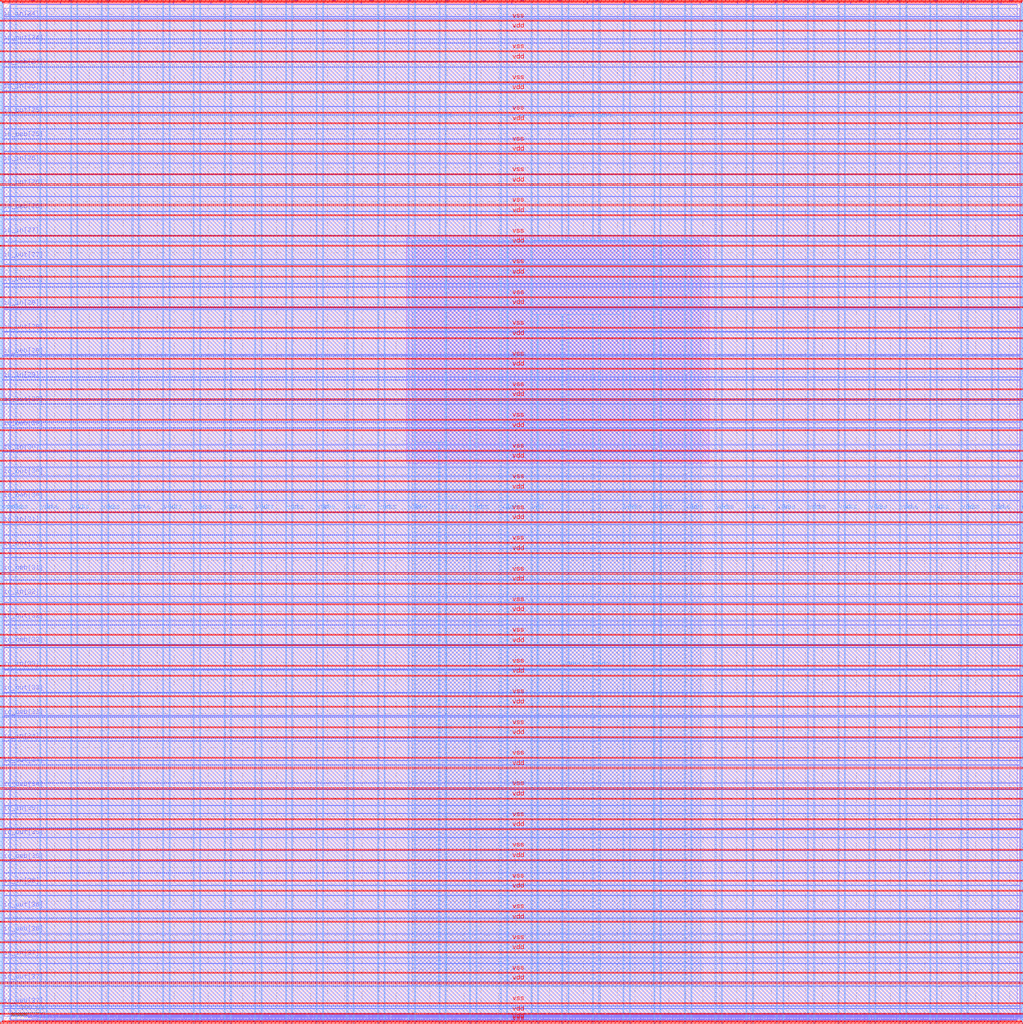
<source format=lef>
VERSION 5.7 ;
  NOWIREEXTENSIONATPIN ON ;
  DIVIDERCHAR "/" ;
  BUSBITCHARS "[]" ;
MACRO user_project_wrapper
  CLASS BLOCK ;
  FOREIGN user_project_wrapper ;
  ORIGIN 0.000 0.000 ;
  SIZE 2980.200 BY 2980.200 ;
  PIN io_in[0]
    DIRECTION INPUT ;
    USE SIGNAL ;
    PORT
      LAYER Metal3 ;
        RECT 2977.800 35.560 2985.000 36.680 ;
    END
  END io_in[0]
  PIN io_in[10]
    DIRECTION INPUT ;
    USE SIGNAL ;
    PORT
      LAYER Metal3 ;
        RECT 2977.800 2017.960 2985.000 2019.080 ;
    END
  END io_in[10]
  PIN io_in[11]
    DIRECTION INPUT ;
    USE SIGNAL ;
    PORT
      LAYER Metal3 ;
        RECT 2977.800 2216.200 2985.000 2217.320 ;
    END
  END io_in[11]
  PIN io_in[12]
    DIRECTION INPUT ;
    USE SIGNAL ;
    PORT
      LAYER Metal3 ;
        RECT 2977.800 2414.440 2985.000 2415.560 ;
    END
  END io_in[12]
  PIN io_in[13]
    DIRECTION INPUT ;
    USE SIGNAL ;
    PORT
      LAYER Metal3 ;
        RECT 2977.800 2612.680 2985.000 2613.800 ;
    END
  END io_in[13]
  PIN io_in[14]
    DIRECTION INPUT ;
    USE SIGNAL ;
    PORT
      LAYER Metal3 ;
        RECT 2977.800 2810.920 2985.000 2812.040 ;
    END
  END io_in[14]
  PIN io_in[15]
    DIRECTION INPUT ;
    USE SIGNAL ;
    PORT
      LAYER Metal2 ;
        RECT 2923.480 2977.800 2924.600 2985.000 ;
    END
  END io_in[15]
  PIN io_in[16]
    DIRECTION INPUT ;
    USE SIGNAL ;
    PORT
      LAYER Metal2 ;
        RECT 2592.520 2977.800 2593.640 2985.000 ;
    END
  END io_in[16]
  PIN io_in[17]
    DIRECTION INPUT ;
    USE SIGNAL ;
    PORT
      LAYER Metal2 ;
        RECT 2261.560 2977.800 2262.680 2985.000 ;
    END
  END io_in[17]
  PIN io_in[18]
    DIRECTION INPUT ;
    USE SIGNAL ;
    PORT
      LAYER Metal2 ;
        RECT 1930.600 2977.800 1931.720 2985.000 ;
    END
  END io_in[18]
  PIN io_in[19]
    DIRECTION INPUT ;
    USE SIGNAL ;
    PORT
      LAYER Metal2 ;
        RECT 1599.640 2977.800 1600.760 2985.000 ;
    END
  END io_in[19]
  PIN io_in[1]
    DIRECTION INPUT ;
    USE SIGNAL ;
    PORT
      LAYER Metal3 ;
        RECT 2977.800 233.800 2985.000 234.920 ;
    END
  END io_in[1]
  PIN io_in[20]
    DIRECTION INPUT ;
    USE SIGNAL ;
    PORT
      LAYER Metal2 ;
        RECT 1268.680 2977.800 1269.800 2985.000 ;
    END
  END io_in[20]
  PIN io_in[21]
    DIRECTION INPUT ;
    USE SIGNAL ;
    PORT
      LAYER Metal2 ;
        RECT 937.720 2977.800 938.840 2985.000 ;
    END
  END io_in[21]
  PIN io_in[22]
    DIRECTION INPUT ;
    USE SIGNAL ;
    PORT
      LAYER Metal2 ;
        RECT 606.760 2977.800 607.880 2985.000 ;
    END
  END io_in[22]
  PIN io_in[23]
    DIRECTION INPUT ;
    USE SIGNAL ;
    PORT
      LAYER Metal2 ;
        RECT 275.800 2977.800 276.920 2985.000 ;
    END
  END io_in[23]
  PIN io_in[24]
    DIRECTION INPUT ;
    USE SIGNAL ;
    PORT
      LAYER Metal3 ;
        RECT -4.800 2935.800 2.400 2936.920 ;
    END
  END io_in[24]
  PIN io_in[25]
    DIRECTION INPUT ;
    USE SIGNAL ;
    PORT
      LAYER Metal3 ;
        RECT -4.800 2724.120 2.400 2725.240 ;
    END
  END io_in[25]
  PIN io_in[26]
    DIRECTION INPUT ;
    USE SIGNAL ;
    PORT
      LAYER Metal3 ;
        RECT -4.800 2512.440 2.400 2513.560 ;
    END
  END io_in[26]
  PIN io_in[27]
    DIRECTION INPUT ;
    USE SIGNAL ;
    PORT
      LAYER Metal3 ;
        RECT -4.800 2300.760 2.400 2301.880 ;
    END
  END io_in[27]
  PIN io_in[28]
    DIRECTION INPUT ;
    USE SIGNAL ;
    PORT
      LAYER Metal3 ;
        RECT -4.800 2089.080 2.400 2090.200 ;
    END
  END io_in[28]
  PIN io_in[29]
    DIRECTION INPUT ;
    USE SIGNAL ;
    PORT
      LAYER Metal3 ;
        RECT -4.800 1877.400 2.400 1878.520 ;
    END
  END io_in[29]
  PIN io_in[2]
    DIRECTION INPUT ;
    USE SIGNAL ;
    PORT
      LAYER Metal3 ;
        RECT 2977.800 432.040 2985.000 433.160 ;
    END
  END io_in[2]
  PIN io_in[30]
    DIRECTION INPUT ;
    USE SIGNAL ;
    PORT
      LAYER Metal3 ;
        RECT -4.800 1665.720 2.400 1666.840 ;
    END
  END io_in[30]
  PIN io_in[31]
    DIRECTION INPUT ;
    USE SIGNAL ;
    PORT
      LAYER Metal3 ;
        RECT -4.800 1454.040 2.400 1455.160 ;
    END
  END io_in[31]
  PIN io_in[32]
    DIRECTION INPUT ;
    USE SIGNAL ;
    PORT
      LAYER Metal3 ;
        RECT -4.800 1242.360 2.400 1243.480 ;
    END
  END io_in[32]
  PIN io_in[33]
    DIRECTION INPUT ;
    USE SIGNAL ;
    PORT
      LAYER Metal3 ;
        RECT -4.800 1030.680 2.400 1031.800 ;
    END
  END io_in[33]
  PIN io_in[34]
    DIRECTION INPUT ;
    USE SIGNAL ;
    PORT
      LAYER Metal3 ;
        RECT -4.800 819.000 2.400 820.120 ;
    END
  END io_in[34]
  PIN io_in[35]
    DIRECTION INPUT ;
    USE SIGNAL ;
    PORT
      LAYER Metal3 ;
        RECT -4.800 607.320 2.400 608.440 ;
    END
  END io_in[35]
  PIN io_in[36]
    DIRECTION INPUT ;
    USE SIGNAL ;
    PORT
      LAYER Metal3 ;
        RECT -4.800 395.640 2.400 396.760 ;
    END
  END io_in[36]
  PIN io_in[37]
    DIRECTION INPUT ;
    USE SIGNAL ;
    PORT
      LAYER Metal3 ;
        RECT -4.800 183.960 2.400 185.080 ;
    END
  END io_in[37]
  PIN io_in[3]
    DIRECTION INPUT ;
    USE SIGNAL ;
    PORT
      LAYER Metal3 ;
        RECT 2977.800 630.280 2985.000 631.400 ;
    END
  END io_in[3]
  PIN io_in[4]
    DIRECTION INPUT ;
    USE SIGNAL ;
    PORT
      LAYER Metal3 ;
        RECT 2977.800 828.520 2985.000 829.640 ;
    END
  END io_in[4]
  PIN io_in[5]
    DIRECTION INPUT ;
    USE SIGNAL ;
    PORT
      LAYER Metal3 ;
        RECT 2977.800 1026.760 2985.000 1027.880 ;
    END
  END io_in[5]
  PIN io_in[6]
    DIRECTION INPUT ;
    USE SIGNAL ;
    PORT
      LAYER Metal3 ;
        RECT 2977.800 1225.000 2985.000 1226.120 ;
    END
  END io_in[6]
  PIN io_in[7]
    DIRECTION INPUT ;
    USE SIGNAL ;
    PORT
      LAYER Metal3 ;
        RECT 2977.800 1423.240 2985.000 1424.360 ;
    END
  END io_in[7]
  PIN io_in[8]
    DIRECTION INPUT ;
    USE SIGNAL ;
    PORT
      LAYER Metal3 ;
        RECT 2977.800 1621.480 2985.000 1622.600 ;
    END
  END io_in[8]
  PIN io_in[9]
    DIRECTION INPUT ;
    USE SIGNAL ;
    PORT
      LAYER Metal3 ;
        RECT 2977.800 1819.720 2985.000 1820.840 ;
    END
  END io_in[9]
  PIN io_oeb[0]
    DIRECTION OUTPUT TRISTATE ;
    USE SIGNAL ;
    PORT
      LAYER Metal3 ;
        RECT 2977.800 167.720 2985.000 168.840 ;
    END
  END io_oeb[0]
  PIN io_oeb[10]
    DIRECTION OUTPUT TRISTATE ;
    USE SIGNAL ;
    PORT
      LAYER Metal3 ;
        RECT 2977.800 2150.120 2985.000 2151.240 ;
    END
  END io_oeb[10]
  PIN io_oeb[11]
    DIRECTION OUTPUT TRISTATE ;
    USE SIGNAL ;
    PORT
      LAYER Metal3 ;
        RECT 2977.800 2348.360 2985.000 2349.480 ;
    END
  END io_oeb[11]
  PIN io_oeb[12]
    DIRECTION OUTPUT TRISTATE ;
    USE SIGNAL ;
    PORT
      LAYER Metal3 ;
        RECT 2977.800 2546.600 2985.000 2547.720 ;
    END
  END io_oeb[12]
  PIN io_oeb[13]
    DIRECTION OUTPUT TRISTATE ;
    USE SIGNAL ;
    PORT
      LAYER Metal3 ;
        RECT 2977.800 2744.840 2985.000 2745.960 ;
    END
  END io_oeb[13]
  PIN io_oeb[14]
    DIRECTION OUTPUT TRISTATE ;
    USE SIGNAL ;
    PORT
      LAYER Metal3 ;
        RECT 2977.800 2943.080 2985.000 2944.200 ;
    END
  END io_oeb[14]
  PIN io_oeb[15]
    DIRECTION OUTPUT TRISTATE ;
    USE SIGNAL ;
    PORT
      LAYER Metal2 ;
        RECT 2702.840 2977.800 2703.960 2985.000 ;
    END
  END io_oeb[15]
  PIN io_oeb[16]
    DIRECTION OUTPUT TRISTATE ;
    USE SIGNAL ;
    PORT
      LAYER Metal2 ;
        RECT 2371.880 2977.800 2373.000 2985.000 ;
    END
  END io_oeb[16]
  PIN io_oeb[17]
    DIRECTION OUTPUT TRISTATE ;
    USE SIGNAL ;
    PORT
      LAYER Metal2 ;
        RECT 2040.920 2977.800 2042.040 2985.000 ;
    END
  END io_oeb[17]
  PIN io_oeb[18]
    DIRECTION OUTPUT TRISTATE ;
    USE SIGNAL ;
    PORT
      LAYER Metal2 ;
        RECT 1709.960 2977.800 1711.080 2985.000 ;
    END
  END io_oeb[18]
  PIN io_oeb[19]
    DIRECTION OUTPUT TRISTATE ;
    USE SIGNAL ;
    PORT
      LAYER Metal2 ;
        RECT 1379.000 2977.800 1380.120 2985.000 ;
    END
  END io_oeb[19]
  PIN io_oeb[1]
    DIRECTION OUTPUT TRISTATE ;
    USE SIGNAL ;
    PORT
      LAYER Metal3 ;
        RECT 2977.800 365.960 2985.000 367.080 ;
    END
  END io_oeb[1]
  PIN io_oeb[20]
    DIRECTION OUTPUT TRISTATE ;
    USE SIGNAL ;
    PORT
      LAYER Metal2 ;
        RECT 1048.040 2977.800 1049.160 2985.000 ;
    END
  END io_oeb[20]
  PIN io_oeb[21]
    DIRECTION OUTPUT TRISTATE ;
    USE SIGNAL ;
    PORT
      LAYER Metal2 ;
        RECT 717.080 2977.800 718.200 2985.000 ;
    END
  END io_oeb[21]
  PIN io_oeb[22]
    DIRECTION OUTPUT TRISTATE ;
    USE SIGNAL ;
    PORT
      LAYER Metal2 ;
        RECT 386.120 2977.800 387.240 2985.000 ;
    END
  END io_oeb[22]
  PIN io_oeb[23]
    DIRECTION OUTPUT TRISTATE ;
    USE SIGNAL ;
    PORT
      LAYER Metal2 ;
        RECT 55.160 2977.800 56.280 2985.000 ;
    END
  END io_oeb[23]
  PIN io_oeb[24]
    DIRECTION OUTPUT TRISTATE ;
    USE SIGNAL ;
    PORT
      LAYER Metal3 ;
        RECT -4.800 2794.680 2.400 2795.800 ;
    END
  END io_oeb[24]
  PIN io_oeb[25]
    DIRECTION OUTPUT TRISTATE ;
    USE SIGNAL ;
    PORT
      LAYER Metal3 ;
        RECT -4.800 2583.000 2.400 2584.120 ;
    END
  END io_oeb[25]
  PIN io_oeb[26]
    DIRECTION OUTPUT TRISTATE ;
    USE SIGNAL ;
    PORT
      LAYER Metal3 ;
        RECT -4.800 2371.320 2.400 2372.440 ;
    END
  END io_oeb[26]
  PIN io_oeb[27]
    DIRECTION OUTPUT TRISTATE ;
    USE SIGNAL ;
    PORT
      LAYER Metal3 ;
        RECT -4.800 2159.640 2.400 2160.760 ;
    END
  END io_oeb[27]
  PIN io_oeb[28]
    DIRECTION OUTPUT TRISTATE ;
    USE SIGNAL ;
    PORT
      LAYER Metal3 ;
        RECT -4.800 1947.960 2.400 1949.080 ;
    END
  END io_oeb[28]
  PIN io_oeb[29]
    DIRECTION OUTPUT TRISTATE ;
    USE SIGNAL ;
    PORT
      LAYER Metal3 ;
        RECT -4.800 1736.280 2.400 1737.400 ;
    END
  END io_oeb[29]
  PIN io_oeb[2]
    DIRECTION OUTPUT TRISTATE ;
    USE SIGNAL ;
    PORT
      LAYER Metal3 ;
        RECT 2977.800 564.200 2985.000 565.320 ;
    END
  END io_oeb[2]
  PIN io_oeb[30]
    DIRECTION OUTPUT TRISTATE ;
    USE SIGNAL ;
    PORT
      LAYER Metal3 ;
        RECT -4.800 1524.600 2.400 1525.720 ;
    END
  END io_oeb[30]
  PIN io_oeb[31]
    DIRECTION OUTPUT TRISTATE ;
    USE SIGNAL ;
    PORT
      LAYER Metal3 ;
        RECT -4.800 1312.920 2.400 1314.040 ;
    END
  END io_oeb[31]
  PIN io_oeb[32]
    DIRECTION OUTPUT TRISTATE ;
    USE SIGNAL ;
    PORT
      LAYER Metal3 ;
        RECT -4.800 1101.240 2.400 1102.360 ;
    END
  END io_oeb[32]
  PIN io_oeb[33]
    DIRECTION OUTPUT TRISTATE ;
    USE SIGNAL ;
    PORT
      LAYER Metal3 ;
        RECT -4.800 889.560 2.400 890.680 ;
    END
  END io_oeb[33]
  PIN io_oeb[34]
    DIRECTION OUTPUT TRISTATE ;
    USE SIGNAL ;
    PORT
      LAYER Metal3 ;
        RECT -4.800 677.880 2.400 679.000 ;
    END
  END io_oeb[34]
  PIN io_oeb[35]
    DIRECTION OUTPUT TRISTATE ;
    USE SIGNAL ;
    PORT
      LAYER Metal3 ;
        RECT -4.800 466.200 2.400 467.320 ;
    END
  END io_oeb[35]
  PIN io_oeb[36]
    DIRECTION OUTPUT TRISTATE ;
    USE SIGNAL ;
    PORT
      LAYER Metal3 ;
        RECT -4.800 254.520 2.400 255.640 ;
    END
  END io_oeb[36]
  PIN io_oeb[37]
    DIRECTION OUTPUT TRISTATE ;
    USE SIGNAL ;
    PORT
      LAYER Metal3 ;
        RECT -4.800 42.840 2.400 43.960 ;
    END
  END io_oeb[37]
  PIN io_oeb[3]
    DIRECTION OUTPUT TRISTATE ;
    USE SIGNAL ;
    PORT
      LAYER Metal3 ;
        RECT 2977.800 762.440 2985.000 763.560 ;
    END
  END io_oeb[3]
  PIN io_oeb[4]
    DIRECTION OUTPUT TRISTATE ;
    USE SIGNAL ;
    PORT
      LAYER Metal3 ;
        RECT 2977.800 960.680 2985.000 961.800 ;
    END
  END io_oeb[4]
  PIN io_oeb[5]
    DIRECTION OUTPUT TRISTATE ;
    USE SIGNAL ;
    PORT
      LAYER Metal3 ;
        RECT 2977.800 1158.920 2985.000 1160.040 ;
    END
  END io_oeb[5]
  PIN io_oeb[6]
    DIRECTION OUTPUT TRISTATE ;
    USE SIGNAL ;
    PORT
      LAYER Metal3 ;
        RECT 2977.800 1357.160 2985.000 1358.280 ;
    END
  END io_oeb[6]
  PIN io_oeb[7]
    DIRECTION OUTPUT TRISTATE ;
    USE SIGNAL ;
    PORT
      LAYER Metal3 ;
        RECT 2977.800 1555.400 2985.000 1556.520 ;
    END
  END io_oeb[7]
  PIN io_oeb[8]
    DIRECTION OUTPUT TRISTATE ;
    USE SIGNAL ;
    PORT
      LAYER Metal3 ;
        RECT 2977.800 1753.640 2985.000 1754.760 ;
    END
  END io_oeb[8]
  PIN io_oeb[9]
    DIRECTION OUTPUT TRISTATE ;
    USE SIGNAL ;
    PORT
      LAYER Metal3 ;
        RECT 2977.800 1951.880 2985.000 1953.000 ;
    END
  END io_oeb[9]
  PIN io_out[0]
    DIRECTION OUTPUT TRISTATE ;
    USE SIGNAL ;
    PORT
      LAYER Metal3 ;
        RECT 2977.800 101.640 2985.000 102.760 ;
    END
  END io_out[0]
  PIN io_out[10]
    DIRECTION OUTPUT TRISTATE ;
    USE SIGNAL ;
    PORT
      LAYER Metal3 ;
        RECT 2977.800 2084.040 2985.000 2085.160 ;
    END
  END io_out[10]
  PIN io_out[11]
    DIRECTION OUTPUT TRISTATE ;
    USE SIGNAL ;
    PORT
      LAYER Metal3 ;
        RECT 2977.800 2282.280 2985.000 2283.400 ;
    END
  END io_out[11]
  PIN io_out[12]
    DIRECTION OUTPUT TRISTATE ;
    USE SIGNAL ;
    PORT
      LAYER Metal3 ;
        RECT 2977.800 2480.520 2985.000 2481.640 ;
    END
  END io_out[12]
  PIN io_out[13]
    DIRECTION OUTPUT TRISTATE ;
    USE SIGNAL ;
    PORT
      LAYER Metal3 ;
        RECT 2977.800 2678.760 2985.000 2679.880 ;
    END
  END io_out[13]
  PIN io_out[14]
    DIRECTION OUTPUT TRISTATE ;
    USE SIGNAL ;
    PORT
      LAYER Metal3 ;
        RECT 2977.800 2877.000 2985.000 2878.120 ;
    END
  END io_out[14]
  PIN io_out[15]
    DIRECTION OUTPUT TRISTATE ;
    USE SIGNAL ;
    PORT
      LAYER Metal2 ;
        RECT 2813.160 2977.800 2814.280 2985.000 ;
    END
  END io_out[15]
  PIN io_out[16]
    DIRECTION OUTPUT TRISTATE ;
    USE SIGNAL ;
    PORT
      LAYER Metal2 ;
        RECT 2482.200 2977.800 2483.320 2985.000 ;
    END
  END io_out[16]
  PIN io_out[17]
    DIRECTION OUTPUT TRISTATE ;
    USE SIGNAL ;
    PORT
      LAYER Metal2 ;
        RECT 2151.240 2977.800 2152.360 2985.000 ;
    END
  END io_out[17]
  PIN io_out[18]
    DIRECTION OUTPUT TRISTATE ;
    USE SIGNAL ;
    PORT
      LAYER Metal2 ;
        RECT 1820.280 2977.800 1821.400 2985.000 ;
    END
  END io_out[18]
  PIN io_out[19]
    DIRECTION OUTPUT TRISTATE ;
    USE SIGNAL ;
    PORT
      LAYER Metal2 ;
        RECT 1489.320 2977.800 1490.440 2985.000 ;
    END
  END io_out[19]
  PIN io_out[1]
    DIRECTION OUTPUT TRISTATE ;
    USE SIGNAL ;
    PORT
      LAYER Metal3 ;
        RECT 2977.800 299.880 2985.000 301.000 ;
    END
  END io_out[1]
  PIN io_out[20]
    DIRECTION OUTPUT TRISTATE ;
    USE SIGNAL ;
    PORT
      LAYER Metal2 ;
        RECT 1158.360 2977.800 1159.480 2985.000 ;
    END
  END io_out[20]
  PIN io_out[21]
    DIRECTION OUTPUT TRISTATE ;
    USE SIGNAL ;
    PORT
      LAYER Metal2 ;
        RECT 827.400 2977.800 828.520 2985.000 ;
    END
  END io_out[21]
  PIN io_out[22]
    DIRECTION OUTPUT TRISTATE ;
    USE SIGNAL ;
    PORT
      LAYER Metal2 ;
        RECT 496.440 2977.800 497.560 2985.000 ;
    END
  END io_out[22]
  PIN io_out[23]
    DIRECTION OUTPUT TRISTATE ;
    USE SIGNAL ;
    PORT
      LAYER Metal2 ;
        RECT 165.480 2977.800 166.600 2985.000 ;
    END
  END io_out[23]
  PIN io_out[24]
    DIRECTION OUTPUT TRISTATE ;
    USE SIGNAL ;
    PORT
      LAYER Metal3 ;
        RECT -4.800 2865.240 2.400 2866.360 ;
    END
  END io_out[24]
  PIN io_out[25]
    DIRECTION OUTPUT TRISTATE ;
    USE SIGNAL ;
    PORT
      LAYER Metal3 ;
        RECT -4.800 2653.560 2.400 2654.680 ;
    END
  END io_out[25]
  PIN io_out[26]
    DIRECTION OUTPUT TRISTATE ;
    USE SIGNAL ;
    PORT
      LAYER Metal3 ;
        RECT -4.800 2441.880 2.400 2443.000 ;
    END
  END io_out[26]
  PIN io_out[27]
    DIRECTION OUTPUT TRISTATE ;
    USE SIGNAL ;
    PORT
      LAYER Metal3 ;
        RECT -4.800 2230.200 2.400 2231.320 ;
    END
  END io_out[27]
  PIN io_out[28]
    DIRECTION OUTPUT TRISTATE ;
    USE SIGNAL ;
    PORT
      LAYER Metal3 ;
        RECT -4.800 2018.520 2.400 2019.640 ;
    END
  END io_out[28]
  PIN io_out[29]
    DIRECTION OUTPUT TRISTATE ;
    USE SIGNAL ;
    PORT
      LAYER Metal3 ;
        RECT -4.800 1806.840 2.400 1807.960 ;
    END
  END io_out[29]
  PIN io_out[2]
    DIRECTION OUTPUT TRISTATE ;
    USE SIGNAL ;
    PORT
      LAYER Metal3 ;
        RECT 2977.800 498.120 2985.000 499.240 ;
    END
  END io_out[2]
  PIN io_out[30]
    DIRECTION OUTPUT TRISTATE ;
    USE SIGNAL ;
    PORT
      LAYER Metal3 ;
        RECT -4.800 1595.160 2.400 1596.280 ;
    END
  END io_out[30]
  PIN io_out[31]
    DIRECTION OUTPUT TRISTATE ;
    USE SIGNAL ;
    PORT
      LAYER Metal3 ;
        RECT -4.800 1383.480 2.400 1384.600 ;
    END
  END io_out[31]
  PIN io_out[32]
    DIRECTION OUTPUT TRISTATE ;
    USE SIGNAL ;
    PORT
      LAYER Metal3 ;
        RECT -4.800 1171.800 2.400 1172.920 ;
    END
  END io_out[32]
  PIN io_out[33]
    DIRECTION OUTPUT TRISTATE ;
    USE SIGNAL ;
    PORT
      LAYER Metal3 ;
        RECT -4.800 960.120 2.400 961.240 ;
    END
  END io_out[33]
  PIN io_out[34]
    DIRECTION OUTPUT TRISTATE ;
    USE SIGNAL ;
    PORT
      LAYER Metal3 ;
        RECT -4.800 748.440 2.400 749.560 ;
    END
  END io_out[34]
  PIN io_out[35]
    DIRECTION OUTPUT TRISTATE ;
    USE SIGNAL ;
    PORT
      LAYER Metal3 ;
        RECT -4.800 536.760 2.400 537.880 ;
    END
  END io_out[35]
  PIN io_out[36]
    DIRECTION OUTPUT TRISTATE ;
    USE SIGNAL ;
    PORT
      LAYER Metal3 ;
        RECT -4.800 325.080 2.400 326.200 ;
    END
  END io_out[36]
  PIN io_out[37]
    DIRECTION OUTPUT TRISTATE ;
    USE SIGNAL ;
    PORT
      LAYER Metal3 ;
        RECT -4.800 113.400 2.400 114.520 ;
    END
  END io_out[37]
  PIN io_out[3]
    DIRECTION OUTPUT TRISTATE ;
    USE SIGNAL ;
    PORT
      LAYER Metal3 ;
        RECT 2977.800 696.360 2985.000 697.480 ;
    END
  END io_out[3]
  PIN io_out[4]
    DIRECTION OUTPUT TRISTATE ;
    USE SIGNAL ;
    PORT
      LAYER Metal3 ;
        RECT 2977.800 894.600 2985.000 895.720 ;
    END
  END io_out[4]
  PIN io_out[5]
    DIRECTION OUTPUT TRISTATE ;
    USE SIGNAL ;
    PORT
      LAYER Metal3 ;
        RECT 2977.800 1092.840 2985.000 1093.960 ;
    END
  END io_out[5]
  PIN io_out[6]
    DIRECTION OUTPUT TRISTATE ;
    USE SIGNAL ;
    PORT
      LAYER Metal3 ;
        RECT 2977.800 1291.080 2985.000 1292.200 ;
    END
  END io_out[6]
  PIN io_out[7]
    DIRECTION OUTPUT TRISTATE ;
    USE SIGNAL ;
    PORT
      LAYER Metal3 ;
        RECT 2977.800 1489.320 2985.000 1490.440 ;
    END
  END io_out[7]
  PIN io_out[8]
    DIRECTION OUTPUT TRISTATE ;
    USE SIGNAL ;
    PORT
      LAYER Metal3 ;
        RECT 2977.800 1687.560 2985.000 1688.680 ;
    END
  END io_out[8]
  PIN io_out[9]
    DIRECTION OUTPUT TRISTATE ;
    USE SIGNAL ;
    PORT
      LAYER Metal3 ;
        RECT 2977.800 1885.800 2985.000 1886.920 ;
    END
  END io_out[9]
  PIN la_data_in[0]
    DIRECTION INPUT ;
    USE SIGNAL ;
    PORT
      LAYER Metal2 ;
        RECT 1065.960 -4.800 1067.080 2.400 ;
    END
  END la_data_in[0]
  PIN la_data_in[10]
    DIRECTION INPUT ;
    USE SIGNAL ;
    PORT
      LAYER Metal2 ;
        RECT 1351.560 -4.800 1352.680 2.400 ;
    END
  END la_data_in[10]
  PIN la_data_in[11]
    DIRECTION INPUT ;
    USE SIGNAL ;
    PORT
      LAYER Metal2 ;
        RECT 1380.120 -4.800 1381.240 2.400 ;
    END
  END la_data_in[11]
  PIN la_data_in[12]
    DIRECTION INPUT ;
    USE SIGNAL ;
    PORT
      LAYER Metal2 ;
        RECT 1408.680 -4.800 1409.800 2.400 ;
    END
  END la_data_in[12]
  PIN la_data_in[13]
    DIRECTION INPUT ;
    USE SIGNAL ;
    PORT
      LAYER Metal2 ;
        RECT 1437.240 -4.800 1438.360 2.400 ;
    END
  END la_data_in[13]
  PIN la_data_in[14]
    DIRECTION INPUT ;
    USE SIGNAL ;
    PORT
      LAYER Metal2 ;
        RECT 1465.800 -4.800 1466.920 2.400 ;
    END
  END la_data_in[14]
  PIN la_data_in[15]
    DIRECTION INPUT ;
    USE SIGNAL ;
    PORT
      LAYER Metal2 ;
        RECT 1494.360 -4.800 1495.480 2.400 ;
    END
  END la_data_in[15]
  PIN la_data_in[16]
    DIRECTION INPUT ;
    USE SIGNAL ;
    PORT
      LAYER Metal2 ;
        RECT 1522.920 -4.800 1524.040 2.400 ;
    END
  END la_data_in[16]
  PIN la_data_in[17]
    DIRECTION INPUT ;
    USE SIGNAL ;
    PORT
      LAYER Metal2 ;
        RECT 1551.480 -4.800 1552.600 2.400 ;
    END
  END la_data_in[17]
  PIN la_data_in[18]
    DIRECTION INPUT ;
    USE SIGNAL ;
    PORT
      LAYER Metal2 ;
        RECT 1580.040 -4.800 1581.160 2.400 ;
    END
  END la_data_in[18]
  PIN la_data_in[19]
    DIRECTION INPUT ;
    USE SIGNAL ;
    PORT
      LAYER Metal2 ;
        RECT 1608.600 -4.800 1609.720 2.400 ;
    END
  END la_data_in[19]
  PIN la_data_in[1]
    DIRECTION INPUT ;
    USE SIGNAL ;
    PORT
      LAYER Metal2 ;
        RECT 1094.520 -4.800 1095.640 2.400 ;
    END
  END la_data_in[1]
  PIN la_data_in[20]
    DIRECTION INPUT ;
    USE SIGNAL ;
    PORT
      LAYER Metal2 ;
        RECT 1637.160 -4.800 1638.280 2.400 ;
    END
  END la_data_in[20]
  PIN la_data_in[21]
    DIRECTION INPUT ;
    USE SIGNAL ;
    PORT
      LAYER Metal2 ;
        RECT 1665.720 -4.800 1666.840 2.400 ;
    END
  END la_data_in[21]
  PIN la_data_in[22]
    DIRECTION INPUT ;
    USE SIGNAL ;
    PORT
      LAYER Metal2 ;
        RECT 1694.280 -4.800 1695.400 2.400 ;
    END
  END la_data_in[22]
  PIN la_data_in[23]
    DIRECTION INPUT ;
    USE SIGNAL ;
    PORT
      LAYER Metal2 ;
        RECT 1722.840 -4.800 1723.960 2.400 ;
    END
  END la_data_in[23]
  PIN la_data_in[24]
    DIRECTION INPUT ;
    USE SIGNAL ;
    PORT
      LAYER Metal2 ;
        RECT 1751.400 -4.800 1752.520 2.400 ;
    END
  END la_data_in[24]
  PIN la_data_in[25]
    DIRECTION INPUT ;
    USE SIGNAL ;
    PORT
      LAYER Metal2 ;
        RECT 1779.960 -4.800 1781.080 2.400 ;
    END
  END la_data_in[25]
  PIN la_data_in[26]
    DIRECTION INPUT ;
    USE SIGNAL ;
    PORT
      LAYER Metal2 ;
        RECT 1808.520 -4.800 1809.640 2.400 ;
    END
  END la_data_in[26]
  PIN la_data_in[27]
    DIRECTION INPUT ;
    USE SIGNAL ;
    PORT
      LAYER Metal2 ;
        RECT 1837.080 -4.800 1838.200 2.400 ;
    END
  END la_data_in[27]
  PIN la_data_in[28]
    DIRECTION INPUT ;
    USE SIGNAL ;
    PORT
      LAYER Metal2 ;
        RECT 1865.640 -4.800 1866.760 2.400 ;
    END
  END la_data_in[28]
  PIN la_data_in[29]
    DIRECTION INPUT ;
    USE SIGNAL ;
    PORT
      LAYER Metal2 ;
        RECT 1894.200 -4.800 1895.320 2.400 ;
    END
  END la_data_in[29]
  PIN la_data_in[2]
    DIRECTION INPUT ;
    USE SIGNAL ;
    PORT
      LAYER Metal2 ;
        RECT 1123.080 -4.800 1124.200 2.400 ;
    END
  END la_data_in[2]
  PIN la_data_in[30]
    DIRECTION INPUT ;
    USE SIGNAL ;
    PORT
      LAYER Metal2 ;
        RECT 1922.760 -4.800 1923.880 2.400 ;
    END
  END la_data_in[30]
  PIN la_data_in[31]
    DIRECTION INPUT ;
    USE SIGNAL ;
    PORT
      LAYER Metal2 ;
        RECT 1951.320 -4.800 1952.440 2.400 ;
    END
  END la_data_in[31]
  PIN la_data_in[32]
    DIRECTION INPUT ;
    USE SIGNAL ;
    PORT
      LAYER Metal2 ;
        RECT 1979.880 -4.800 1981.000 2.400 ;
    END
  END la_data_in[32]
  PIN la_data_in[33]
    DIRECTION INPUT ;
    USE SIGNAL ;
    PORT
      LAYER Metal2 ;
        RECT 2008.440 -4.800 2009.560 2.400 ;
    END
  END la_data_in[33]
  PIN la_data_in[34]
    DIRECTION INPUT ;
    USE SIGNAL ;
    PORT
      LAYER Metal2 ;
        RECT 2037.000 -4.800 2038.120 2.400 ;
    END
  END la_data_in[34]
  PIN la_data_in[35]
    DIRECTION INPUT ;
    USE SIGNAL ;
    PORT
      LAYER Metal2 ;
        RECT 2065.560 -4.800 2066.680 2.400 ;
    END
  END la_data_in[35]
  PIN la_data_in[36]
    DIRECTION INPUT ;
    USE SIGNAL ;
    PORT
      LAYER Metal2 ;
        RECT 2094.120 -4.800 2095.240 2.400 ;
    END
  END la_data_in[36]
  PIN la_data_in[37]
    DIRECTION INPUT ;
    USE SIGNAL ;
    PORT
      LAYER Metal2 ;
        RECT 2122.680 -4.800 2123.800 2.400 ;
    END
  END la_data_in[37]
  PIN la_data_in[38]
    DIRECTION INPUT ;
    USE SIGNAL ;
    PORT
      LAYER Metal2 ;
        RECT 2151.240 -4.800 2152.360 2.400 ;
    END
  END la_data_in[38]
  PIN la_data_in[39]
    DIRECTION INPUT ;
    USE SIGNAL ;
    PORT
      LAYER Metal2 ;
        RECT 2179.800 -4.800 2180.920 2.400 ;
    END
  END la_data_in[39]
  PIN la_data_in[3]
    DIRECTION INPUT ;
    USE SIGNAL ;
    PORT
      LAYER Metal2 ;
        RECT 1151.640 -4.800 1152.760 2.400 ;
    END
  END la_data_in[3]
  PIN la_data_in[40]
    DIRECTION INPUT ;
    USE SIGNAL ;
    PORT
      LAYER Metal2 ;
        RECT 2208.360 -4.800 2209.480 2.400 ;
    END
  END la_data_in[40]
  PIN la_data_in[41]
    DIRECTION INPUT ;
    USE SIGNAL ;
    PORT
      LAYER Metal2 ;
        RECT 2236.920 -4.800 2238.040 2.400 ;
    END
  END la_data_in[41]
  PIN la_data_in[42]
    DIRECTION INPUT ;
    USE SIGNAL ;
    PORT
      LAYER Metal2 ;
        RECT 2265.480 -4.800 2266.600 2.400 ;
    END
  END la_data_in[42]
  PIN la_data_in[43]
    DIRECTION INPUT ;
    USE SIGNAL ;
    PORT
      LAYER Metal2 ;
        RECT 2294.040 -4.800 2295.160 2.400 ;
    END
  END la_data_in[43]
  PIN la_data_in[44]
    DIRECTION INPUT ;
    USE SIGNAL ;
    PORT
      LAYER Metal2 ;
        RECT 2322.600 -4.800 2323.720 2.400 ;
    END
  END la_data_in[44]
  PIN la_data_in[45]
    DIRECTION INPUT ;
    USE SIGNAL ;
    PORT
      LAYER Metal2 ;
        RECT 2351.160 -4.800 2352.280 2.400 ;
    END
  END la_data_in[45]
  PIN la_data_in[46]
    DIRECTION INPUT ;
    USE SIGNAL ;
    PORT
      LAYER Metal2 ;
        RECT 2379.720 -4.800 2380.840 2.400 ;
    END
  END la_data_in[46]
  PIN la_data_in[47]
    DIRECTION INPUT ;
    USE SIGNAL ;
    PORT
      LAYER Metal2 ;
        RECT 2408.280 -4.800 2409.400 2.400 ;
    END
  END la_data_in[47]
  PIN la_data_in[48]
    DIRECTION INPUT ;
    USE SIGNAL ;
    PORT
      LAYER Metal2 ;
        RECT 2436.840 -4.800 2437.960 2.400 ;
    END
  END la_data_in[48]
  PIN la_data_in[49]
    DIRECTION INPUT ;
    USE SIGNAL ;
    PORT
      LAYER Metal2 ;
        RECT 2465.400 -4.800 2466.520 2.400 ;
    END
  END la_data_in[49]
  PIN la_data_in[4]
    DIRECTION INPUT ;
    USE SIGNAL ;
    PORT
      LAYER Metal2 ;
        RECT 1180.200 -4.800 1181.320 2.400 ;
    END
  END la_data_in[4]
  PIN la_data_in[50]
    DIRECTION INPUT ;
    USE SIGNAL ;
    PORT
      LAYER Metal2 ;
        RECT 2493.960 -4.800 2495.080 2.400 ;
    END
  END la_data_in[50]
  PIN la_data_in[51]
    DIRECTION INPUT ;
    USE SIGNAL ;
    PORT
      LAYER Metal2 ;
        RECT 2522.520 -4.800 2523.640 2.400 ;
    END
  END la_data_in[51]
  PIN la_data_in[52]
    DIRECTION INPUT ;
    USE SIGNAL ;
    PORT
      LAYER Metal2 ;
        RECT 2551.080 -4.800 2552.200 2.400 ;
    END
  END la_data_in[52]
  PIN la_data_in[53]
    DIRECTION INPUT ;
    USE SIGNAL ;
    PORT
      LAYER Metal2 ;
        RECT 2579.640 -4.800 2580.760 2.400 ;
    END
  END la_data_in[53]
  PIN la_data_in[54]
    DIRECTION INPUT ;
    USE SIGNAL ;
    PORT
      LAYER Metal2 ;
        RECT 2608.200 -4.800 2609.320 2.400 ;
    END
  END la_data_in[54]
  PIN la_data_in[55]
    DIRECTION INPUT ;
    USE SIGNAL ;
    PORT
      LAYER Metal2 ;
        RECT 2636.760 -4.800 2637.880 2.400 ;
    END
  END la_data_in[55]
  PIN la_data_in[56]
    DIRECTION INPUT ;
    USE SIGNAL ;
    PORT
      LAYER Metal2 ;
        RECT 2665.320 -4.800 2666.440 2.400 ;
    END
  END la_data_in[56]
  PIN la_data_in[57]
    DIRECTION INPUT ;
    USE SIGNAL ;
    PORT
      LAYER Metal2 ;
        RECT 2693.880 -4.800 2695.000 2.400 ;
    END
  END la_data_in[57]
  PIN la_data_in[58]
    DIRECTION INPUT ;
    USE SIGNAL ;
    PORT
      LAYER Metal2 ;
        RECT 2722.440 -4.800 2723.560 2.400 ;
    END
  END la_data_in[58]
  PIN la_data_in[59]
    DIRECTION INPUT ;
    USE SIGNAL ;
    PORT
      LAYER Metal2 ;
        RECT 2751.000 -4.800 2752.120 2.400 ;
    END
  END la_data_in[59]
  PIN la_data_in[5]
    DIRECTION INPUT ;
    USE SIGNAL ;
    PORT
      LAYER Metal2 ;
        RECT 1208.760 -4.800 1209.880 2.400 ;
    END
  END la_data_in[5]
  PIN la_data_in[60]
    DIRECTION INPUT ;
    USE SIGNAL ;
    PORT
      LAYER Metal2 ;
        RECT 2779.560 -4.800 2780.680 2.400 ;
    END
  END la_data_in[60]
  PIN la_data_in[61]
    DIRECTION INPUT ;
    USE SIGNAL ;
    PORT
      LAYER Metal2 ;
        RECT 2808.120 -4.800 2809.240 2.400 ;
    END
  END la_data_in[61]
  PIN la_data_in[62]
    DIRECTION INPUT ;
    USE SIGNAL ;
    PORT
      LAYER Metal2 ;
        RECT 2836.680 -4.800 2837.800 2.400 ;
    END
  END la_data_in[62]
  PIN la_data_in[63]
    DIRECTION INPUT ;
    USE SIGNAL ;
    PORT
      LAYER Metal2 ;
        RECT 2865.240 -4.800 2866.360 2.400 ;
    END
  END la_data_in[63]
  PIN la_data_in[6]
    DIRECTION INPUT ;
    USE SIGNAL ;
    PORT
      LAYER Metal2 ;
        RECT 1237.320 -4.800 1238.440 2.400 ;
    END
  END la_data_in[6]
  PIN la_data_in[7]
    DIRECTION INPUT ;
    USE SIGNAL ;
    PORT
      LAYER Metal2 ;
        RECT 1265.880 -4.800 1267.000 2.400 ;
    END
  END la_data_in[7]
  PIN la_data_in[8]
    DIRECTION INPUT ;
    USE SIGNAL ;
    PORT
      LAYER Metal2 ;
        RECT 1294.440 -4.800 1295.560 2.400 ;
    END
  END la_data_in[8]
  PIN la_data_in[9]
    DIRECTION INPUT ;
    USE SIGNAL ;
    PORT
      LAYER Metal2 ;
        RECT 1323.000 -4.800 1324.120 2.400 ;
    END
  END la_data_in[9]
  PIN la_data_out[0]
    DIRECTION OUTPUT TRISTATE ;
    USE SIGNAL ;
    PORT
      LAYER Metal2 ;
        RECT 1075.480 -4.800 1076.600 2.400 ;
    END
  END la_data_out[0]
  PIN la_data_out[10]
    DIRECTION OUTPUT TRISTATE ;
    USE SIGNAL ;
    PORT
      LAYER Metal2 ;
        RECT 1361.080 -4.800 1362.200 2.400 ;
    END
  END la_data_out[10]
  PIN la_data_out[11]
    DIRECTION OUTPUT TRISTATE ;
    USE SIGNAL ;
    PORT
      LAYER Metal2 ;
        RECT 1389.640 -4.800 1390.760 2.400 ;
    END
  END la_data_out[11]
  PIN la_data_out[12]
    DIRECTION OUTPUT TRISTATE ;
    USE SIGNAL ;
    PORT
      LAYER Metal2 ;
        RECT 1418.200 -4.800 1419.320 2.400 ;
    END
  END la_data_out[12]
  PIN la_data_out[13]
    DIRECTION OUTPUT TRISTATE ;
    USE SIGNAL ;
    PORT
      LAYER Metal2 ;
        RECT 1446.760 -4.800 1447.880 2.400 ;
    END
  END la_data_out[13]
  PIN la_data_out[14]
    DIRECTION OUTPUT TRISTATE ;
    USE SIGNAL ;
    PORT
      LAYER Metal2 ;
        RECT 1475.320 -4.800 1476.440 2.400 ;
    END
  END la_data_out[14]
  PIN la_data_out[15]
    DIRECTION OUTPUT TRISTATE ;
    USE SIGNAL ;
    PORT
      LAYER Metal2 ;
        RECT 1503.880 -4.800 1505.000 2.400 ;
    END
  END la_data_out[15]
  PIN la_data_out[16]
    DIRECTION OUTPUT TRISTATE ;
    USE SIGNAL ;
    PORT
      LAYER Metal2 ;
        RECT 1532.440 -4.800 1533.560 2.400 ;
    END
  END la_data_out[16]
  PIN la_data_out[17]
    DIRECTION OUTPUT TRISTATE ;
    USE SIGNAL ;
    PORT
      LAYER Metal2 ;
        RECT 1561.000 -4.800 1562.120 2.400 ;
    END
  END la_data_out[17]
  PIN la_data_out[18]
    DIRECTION OUTPUT TRISTATE ;
    USE SIGNAL ;
    PORT
      LAYER Metal2 ;
        RECT 1589.560 -4.800 1590.680 2.400 ;
    END
  END la_data_out[18]
  PIN la_data_out[19]
    DIRECTION OUTPUT TRISTATE ;
    USE SIGNAL ;
    PORT
      LAYER Metal2 ;
        RECT 1618.120 -4.800 1619.240 2.400 ;
    END
  END la_data_out[19]
  PIN la_data_out[1]
    DIRECTION OUTPUT TRISTATE ;
    USE SIGNAL ;
    PORT
      LAYER Metal2 ;
        RECT 1104.040 -4.800 1105.160 2.400 ;
    END
  END la_data_out[1]
  PIN la_data_out[20]
    DIRECTION OUTPUT TRISTATE ;
    USE SIGNAL ;
    PORT
      LAYER Metal2 ;
        RECT 1646.680 -4.800 1647.800 2.400 ;
    END
  END la_data_out[20]
  PIN la_data_out[21]
    DIRECTION OUTPUT TRISTATE ;
    USE SIGNAL ;
    PORT
      LAYER Metal2 ;
        RECT 1675.240 -4.800 1676.360 2.400 ;
    END
  END la_data_out[21]
  PIN la_data_out[22]
    DIRECTION OUTPUT TRISTATE ;
    USE SIGNAL ;
    PORT
      LAYER Metal2 ;
        RECT 1703.800 -4.800 1704.920 2.400 ;
    END
  END la_data_out[22]
  PIN la_data_out[23]
    DIRECTION OUTPUT TRISTATE ;
    USE SIGNAL ;
    PORT
      LAYER Metal2 ;
        RECT 1732.360 -4.800 1733.480 2.400 ;
    END
  END la_data_out[23]
  PIN la_data_out[24]
    DIRECTION OUTPUT TRISTATE ;
    USE SIGNAL ;
    PORT
      LAYER Metal2 ;
        RECT 1760.920 -4.800 1762.040 2.400 ;
    END
  END la_data_out[24]
  PIN la_data_out[25]
    DIRECTION OUTPUT TRISTATE ;
    USE SIGNAL ;
    PORT
      LAYER Metal2 ;
        RECT 1789.480 -4.800 1790.600 2.400 ;
    END
  END la_data_out[25]
  PIN la_data_out[26]
    DIRECTION OUTPUT TRISTATE ;
    USE SIGNAL ;
    PORT
      LAYER Metal2 ;
        RECT 1818.040 -4.800 1819.160 2.400 ;
    END
  END la_data_out[26]
  PIN la_data_out[27]
    DIRECTION OUTPUT TRISTATE ;
    USE SIGNAL ;
    PORT
      LAYER Metal2 ;
        RECT 1846.600 -4.800 1847.720 2.400 ;
    END
  END la_data_out[27]
  PIN la_data_out[28]
    DIRECTION OUTPUT TRISTATE ;
    USE SIGNAL ;
    PORT
      LAYER Metal2 ;
        RECT 1875.160 -4.800 1876.280 2.400 ;
    END
  END la_data_out[28]
  PIN la_data_out[29]
    DIRECTION OUTPUT TRISTATE ;
    USE SIGNAL ;
    PORT
      LAYER Metal2 ;
        RECT 1903.720 -4.800 1904.840 2.400 ;
    END
  END la_data_out[29]
  PIN la_data_out[2]
    DIRECTION OUTPUT TRISTATE ;
    USE SIGNAL ;
    PORT
      LAYER Metal2 ;
        RECT 1132.600 -4.800 1133.720 2.400 ;
    END
  END la_data_out[2]
  PIN la_data_out[30]
    DIRECTION OUTPUT TRISTATE ;
    USE SIGNAL ;
    PORT
      LAYER Metal2 ;
        RECT 1932.280 -4.800 1933.400 2.400 ;
    END
  END la_data_out[30]
  PIN la_data_out[31]
    DIRECTION OUTPUT TRISTATE ;
    USE SIGNAL ;
    PORT
      LAYER Metal2 ;
        RECT 1960.840 -4.800 1961.960 2.400 ;
    END
  END la_data_out[31]
  PIN la_data_out[32]
    DIRECTION OUTPUT TRISTATE ;
    USE SIGNAL ;
    PORT
      LAYER Metal2 ;
        RECT 1989.400 -4.800 1990.520 2.400 ;
    END
  END la_data_out[32]
  PIN la_data_out[33]
    DIRECTION OUTPUT TRISTATE ;
    USE SIGNAL ;
    PORT
      LAYER Metal2 ;
        RECT 2017.960 -4.800 2019.080 2.400 ;
    END
  END la_data_out[33]
  PIN la_data_out[34]
    DIRECTION OUTPUT TRISTATE ;
    USE SIGNAL ;
    PORT
      LAYER Metal2 ;
        RECT 2046.520 -4.800 2047.640 2.400 ;
    END
  END la_data_out[34]
  PIN la_data_out[35]
    DIRECTION OUTPUT TRISTATE ;
    USE SIGNAL ;
    PORT
      LAYER Metal2 ;
        RECT 2075.080 -4.800 2076.200 2.400 ;
    END
  END la_data_out[35]
  PIN la_data_out[36]
    DIRECTION OUTPUT TRISTATE ;
    USE SIGNAL ;
    PORT
      LAYER Metal2 ;
        RECT 2103.640 -4.800 2104.760 2.400 ;
    END
  END la_data_out[36]
  PIN la_data_out[37]
    DIRECTION OUTPUT TRISTATE ;
    USE SIGNAL ;
    PORT
      LAYER Metal2 ;
        RECT 2132.200 -4.800 2133.320 2.400 ;
    END
  END la_data_out[37]
  PIN la_data_out[38]
    DIRECTION OUTPUT TRISTATE ;
    USE SIGNAL ;
    PORT
      LAYER Metal2 ;
        RECT 2160.760 -4.800 2161.880 2.400 ;
    END
  END la_data_out[38]
  PIN la_data_out[39]
    DIRECTION OUTPUT TRISTATE ;
    USE SIGNAL ;
    PORT
      LAYER Metal2 ;
        RECT 2189.320 -4.800 2190.440 2.400 ;
    END
  END la_data_out[39]
  PIN la_data_out[3]
    DIRECTION OUTPUT TRISTATE ;
    USE SIGNAL ;
    PORT
      LAYER Metal2 ;
        RECT 1161.160 -4.800 1162.280 2.400 ;
    END
  END la_data_out[3]
  PIN la_data_out[40]
    DIRECTION OUTPUT TRISTATE ;
    USE SIGNAL ;
    PORT
      LAYER Metal2 ;
        RECT 2217.880 -4.800 2219.000 2.400 ;
    END
  END la_data_out[40]
  PIN la_data_out[41]
    DIRECTION OUTPUT TRISTATE ;
    USE SIGNAL ;
    PORT
      LAYER Metal2 ;
        RECT 2246.440 -4.800 2247.560 2.400 ;
    END
  END la_data_out[41]
  PIN la_data_out[42]
    DIRECTION OUTPUT TRISTATE ;
    USE SIGNAL ;
    PORT
      LAYER Metal2 ;
        RECT 2275.000 -4.800 2276.120 2.400 ;
    END
  END la_data_out[42]
  PIN la_data_out[43]
    DIRECTION OUTPUT TRISTATE ;
    USE SIGNAL ;
    PORT
      LAYER Metal2 ;
        RECT 2303.560 -4.800 2304.680 2.400 ;
    END
  END la_data_out[43]
  PIN la_data_out[44]
    DIRECTION OUTPUT TRISTATE ;
    USE SIGNAL ;
    PORT
      LAYER Metal2 ;
        RECT 2332.120 -4.800 2333.240 2.400 ;
    END
  END la_data_out[44]
  PIN la_data_out[45]
    DIRECTION OUTPUT TRISTATE ;
    USE SIGNAL ;
    PORT
      LAYER Metal2 ;
        RECT 2360.680 -4.800 2361.800 2.400 ;
    END
  END la_data_out[45]
  PIN la_data_out[46]
    DIRECTION OUTPUT TRISTATE ;
    USE SIGNAL ;
    PORT
      LAYER Metal2 ;
        RECT 2389.240 -4.800 2390.360 2.400 ;
    END
  END la_data_out[46]
  PIN la_data_out[47]
    DIRECTION OUTPUT TRISTATE ;
    USE SIGNAL ;
    PORT
      LAYER Metal2 ;
        RECT 2417.800 -4.800 2418.920 2.400 ;
    END
  END la_data_out[47]
  PIN la_data_out[48]
    DIRECTION OUTPUT TRISTATE ;
    USE SIGNAL ;
    PORT
      LAYER Metal2 ;
        RECT 2446.360 -4.800 2447.480 2.400 ;
    END
  END la_data_out[48]
  PIN la_data_out[49]
    DIRECTION OUTPUT TRISTATE ;
    USE SIGNAL ;
    PORT
      LAYER Metal2 ;
        RECT 2474.920 -4.800 2476.040 2.400 ;
    END
  END la_data_out[49]
  PIN la_data_out[4]
    DIRECTION OUTPUT TRISTATE ;
    USE SIGNAL ;
    PORT
      LAYER Metal2 ;
        RECT 1189.720 -4.800 1190.840 2.400 ;
    END
  END la_data_out[4]
  PIN la_data_out[50]
    DIRECTION OUTPUT TRISTATE ;
    USE SIGNAL ;
    PORT
      LAYER Metal2 ;
        RECT 2503.480 -4.800 2504.600 2.400 ;
    END
  END la_data_out[50]
  PIN la_data_out[51]
    DIRECTION OUTPUT TRISTATE ;
    USE SIGNAL ;
    PORT
      LAYER Metal2 ;
        RECT 2532.040 -4.800 2533.160 2.400 ;
    END
  END la_data_out[51]
  PIN la_data_out[52]
    DIRECTION OUTPUT TRISTATE ;
    USE SIGNAL ;
    PORT
      LAYER Metal2 ;
        RECT 2560.600 -4.800 2561.720 2.400 ;
    END
  END la_data_out[52]
  PIN la_data_out[53]
    DIRECTION OUTPUT TRISTATE ;
    USE SIGNAL ;
    PORT
      LAYER Metal2 ;
        RECT 2589.160 -4.800 2590.280 2.400 ;
    END
  END la_data_out[53]
  PIN la_data_out[54]
    DIRECTION OUTPUT TRISTATE ;
    USE SIGNAL ;
    PORT
      LAYER Metal2 ;
        RECT 2617.720 -4.800 2618.840 2.400 ;
    END
  END la_data_out[54]
  PIN la_data_out[55]
    DIRECTION OUTPUT TRISTATE ;
    USE SIGNAL ;
    PORT
      LAYER Metal2 ;
        RECT 2646.280 -4.800 2647.400 2.400 ;
    END
  END la_data_out[55]
  PIN la_data_out[56]
    DIRECTION OUTPUT TRISTATE ;
    USE SIGNAL ;
    PORT
      LAYER Metal2 ;
        RECT 2674.840 -4.800 2675.960 2.400 ;
    END
  END la_data_out[56]
  PIN la_data_out[57]
    DIRECTION OUTPUT TRISTATE ;
    USE SIGNAL ;
    PORT
      LAYER Metal2 ;
        RECT 2703.400 -4.800 2704.520 2.400 ;
    END
  END la_data_out[57]
  PIN la_data_out[58]
    DIRECTION OUTPUT TRISTATE ;
    USE SIGNAL ;
    PORT
      LAYER Metal2 ;
        RECT 2731.960 -4.800 2733.080 2.400 ;
    END
  END la_data_out[58]
  PIN la_data_out[59]
    DIRECTION OUTPUT TRISTATE ;
    USE SIGNAL ;
    PORT
      LAYER Metal2 ;
        RECT 2760.520 -4.800 2761.640 2.400 ;
    END
  END la_data_out[59]
  PIN la_data_out[5]
    DIRECTION OUTPUT TRISTATE ;
    USE SIGNAL ;
    PORT
      LAYER Metal2 ;
        RECT 1218.280 -4.800 1219.400 2.400 ;
    END
  END la_data_out[5]
  PIN la_data_out[60]
    DIRECTION OUTPUT TRISTATE ;
    USE SIGNAL ;
    PORT
      LAYER Metal2 ;
        RECT 2789.080 -4.800 2790.200 2.400 ;
    END
  END la_data_out[60]
  PIN la_data_out[61]
    DIRECTION OUTPUT TRISTATE ;
    USE SIGNAL ;
    PORT
      LAYER Metal2 ;
        RECT 2817.640 -4.800 2818.760 2.400 ;
    END
  END la_data_out[61]
  PIN la_data_out[62]
    DIRECTION OUTPUT TRISTATE ;
    USE SIGNAL ;
    PORT
      LAYER Metal2 ;
        RECT 2846.200 -4.800 2847.320 2.400 ;
    END
  END la_data_out[62]
  PIN la_data_out[63]
    DIRECTION OUTPUT TRISTATE ;
    USE SIGNAL ;
    PORT
      LAYER Metal2 ;
        RECT 2874.760 -4.800 2875.880 2.400 ;
    END
  END la_data_out[63]
  PIN la_data_out[6]
    DIRECTION OUTPUT TRISTATE ;
    USE SIGNAL ;
    PORT
      LAYER Metal2 ;
        RECT 1246.840 -4.800 1247.960 2.400 ;
    END
  END la_data_out[6]
  PIN la_data_out[7]
    DIRECTION OUTPUT TRISTATE ;
    USE SIGNAL ;
    PORT
      LAYER Metal2 ;
        RECT 1275.400 -4.800 1276.520 2.400 ;
    END
  END la_data_out[7]
  PIN la_data_out[8]
    DIRECTION OUTPUT TRISTATE ;
    USE SIGNAL ;
    PORT
      LAYER Metal2 ;
        RECT 1303.960 -4.800 1305.080 2.400 ;
    END
  END la_data_out[8]
  PIN la_data_out[9]
    DIRECTION OUTPUT TRISTATE ;
    USE SIGNAL ;
    PORT
      LAYER Metal2 ;
        RECT 1332.520 -4.800 1333.640 2.400 ;
    END
  END la_data_out[9]
  PIN la_oenb[0]
    DIRECTION INPUT ;
    USE SIGNAL ;
    PORT
      LAYER Metal2 ;
        RECT 1085.000 -4.800 1086.120 2.400 ;
    END
  END la_oenb[0]
  PIN la_oenb[10]
    DIRECTION INPUT ;
    USE SIGNAL ;
    PORT
      LAYER Metal2 ;
        RECT 1370.600 -4.800 1371.720 2.400 ;
    END
  END la_oenb[10]
  PIN la_oenb[11]
    DIRECTION INPUT ;
    USE SIGNAL ;
    PORT
      LAYER Metal2 ;
        RECT 1399.160 -4.800 1400.280 2.400 ;
    END
  END la_oenb[11]
  PIN la_oenb[12]
    DIRECTION INPUT ;
    USE SIGNAL ;
    PORT
      LAYER Metal2 ;
        RECT 1427.720 -4.800 1428.840 2.400 ;
    END
  END la_oenb[12]
  PIN la_oenb[13]
    DIRECTION INPUT ;
    USE SIGNAL ;
    PORT
      LAYER Metal2 ;
        RECT 1456.280 -4.800 1457.400 2.400 ;
    END
  END la_oenb[13]
  PIN la_oenb[14]
    DIRECTION INPUT ;
    USE SIGNAL ;
    PORT
      LAYER Metal2 ;
        RECT 1484.840 -4.800 1485.960 2.400 ;
    END
  END la_oenb[14]
  PIN la_oenb[15]
    DIRECTION INPUT ;
    USE SIGNAL ;
    PORT
      LAYER Metal2 ;
        RECT 1513.400 -4.800 1514.520 2.400 ;
    END
  END la_oenb[15]
  PIN la_oenb[16]
    DIRECTION INPUT ;
    USE SIGNAL ;
    PORT
      LAYER Metal2 ;
        RECT 1541.960 -4.800 1543.080 2.400 ;
    END
  END la_oenb[16]
  PIN la_oenb[17]
    DIRECTION INPUT ;
    USE SIGNAL ;
    PORT
      LAYER Metal2 ;
        RECT 1570.520 -4.800 1571.640 2.400 ;
    END
  END la_oenb[17]
  PIN la_oenb[18]
    DIRECTION INPUT ;
    USE SIGNAL ;
    PORT
      LAYER Metal2 ;
        RECT 1599.080 -4.800 1600.200 2.400 ;
    END
  END la_oenb[18]
  PIN la_oenb[19]
    DIRECTION INPUT ;
    USE SIGNAL ;
    PORT
      LAYER Metal2 ;
        RECT 1627.640 -4.800 1628.760 2.400 ;
    END
  END la_oenb[19]
  PIN la_oenb[1]
    DIRECTION INPUT ;
    USE SIGNAL ;
    PORT
      LAYER Metal2 ;
        RECT 1113.560 -4.800 1114.680 2.400 ;
    END
  END la_oenb[1]
  PIN la_oenb[20]
    DIRECTION INPUT ;
    USE SIGNAL ;
    PORT
      LAYER Metal2 ;
        RECT 1656.200 -4.800 1657.320 2.400 ;
    END
  END la_oenb[20]
  PIN la_oenb[21]
    DIRECTION INPUT ;
    USE SIGNAL ;
    PORT
      LAYER Metal2 ;
        RECT 1684.760 -4.800 1685.880 2.400 ;
    END
  END la_oenb[21]
  PIN la_oenb[22]
    DIRECTION INPUT ;
    USE SIGNAL ;
    PORT
      LAYER Metal2 ;
        RECT 1713.320 -4.800 1714.440 2.400 ;
    END
  END la_oenb[22]
  PIN la_oenb[23]
    DIRECTION INPUT ;
    USE SIGNAL ;
    PORT
      LAYER Metal2 ;
        RECT 1741.880 -4.800 1743.000 2.400 ;
    END
  END la_oenb[23]
  PIN la_oenb[24]
    DIRECTION INPUT ;
    USE SIGNAL ;
    PORT
      LAYER Metal2 ;
        RECT 1770.440 -4.800 1771.560 2.400 ;
    END
  END la_oenb[24]
  PIN la_oenb[25]
    DIRECTION INPUT ;
    USE SIGNAL ;
    PORT
      LAYER Metal2 ;
        RECT 1799.000 -4.800 1800.120 2.400 ;
    END
  END la_oenb[25]
  PIN la_oenb[26]
    DIRECTION INPUT ;
    USE SIGNAL ;
    PORT
      LAYER Metal2 ;
        RECT 1827.560 -4.800 1828.680 2.400 ;
    END
  END la_oenb[26]
  PIN la_oenb[27]
    DIRECTION INPUT ;
    USE SIGNAL ;
    PORT
      LAYER Metal2 ;
        RECT 1856.120 -4.800 1857.240 2.400 ;
    END
  END la_oenb[27]
  PIN la_oenb[28]
    DIRECTION INPUT ;
    USE SIGNAL ;
    PORT
      LAYER Metal2 ;
        RECT 1884.680 -4.800 1885.800 2.400 ;
    END
  END la_oenb[28]
  PIN la_oenb[29]
    DIRECTION INPUT ;
    USE SIGNAL ;
    PORT
      LAYER Metal2 ;
        RECT 1913.240 -4.800 1914.360 2.400 ;
    END
  END la_oenb[29]
  PIN la_oenb[2]
    DIRECTION INPUT ;
    USE SIGNAL ;
    PORT
      LAYER Metal2 ;
        RECT 1142.120 -4.800 1143.240 2.400 ;
    END
  END la_oenb[2]
  PIN la_oenb[30]
    DIRECTION INPUT ;
    USE SIGNAL ;
    PORT
      LAYER Metal2 ;
        RECT 1941.800 -4.800 1942.920 2.400 ;
    END
  END la_oenb[30]
  PIN la_oenb[31]
    DIRECTION INPUT ;
    USE SIGNAL ;
    PORT
      LAYER Metal2 ;
        RECT 1970.360 -4.800 1971.480 2.400 ;
    END
  END la_oenb[31]
  PIN la_oenb[32]
    DIRECTION INPUT ;
    USE SIGNAL ;
    PORT
      LAYER Metal2 ;
        RECT 1998.920 -4.800 2000.040 2.400 ;
    END
  END la_oenb[32]
  PIN la_oenb[33]
    DIRECTION INPUT ;
    USE SIGNAL ;
    PORT
      LAYER Metal2 ;
        RECT 2027.480 -4.800 2028.600 2.400 ;
    END
  END la_oenb[33]
  PIN la_oenb[34]
    DIRECTION INPUT ;
    USE SIGNAL ;
    PORT
      LAYER Metal2 ;
        RECT 2056.040 -4.800 2057.160 2.400 ;
    END
  END la_oenb[34]
  PIN la_oenb[35]
    DIRECTION INPUT ;
    USE SIGNAL ;
    PORT
      LAYER Metal2 ;
        RECT 2084.600 -4.800 2085.720 2.400 ;
    END
  END la_oenb[35]
  PIN la_oenb[36]
    DIRECTION INPUT ;
    USE SIGNAL ;
    PORT
      LAYER Metal2 ;
        RECT 2113.160 -4.800 2114.280 2.400 ;
    END
  END la_oenb[36]
  PIN la_oenb[37]
    DIRECTION INPUT ;
    USE SIGNAL ;
    PORT
      LAYER Metal2 ;
        RECT 2141.720 -4.800 2142.840 2.400 ;
    END
  END la_oenb[37]
  PIN la_oenb[38]
    DIRECTION INPUT ;
    USE SIGNAL ;
    PORT
      LAYER Metal2 ;
        RECT 2170.280 -4.800 2171.400 2.400 ;
    END
  END la_oenb[38]
  PIN la_oenb[39]
    DIRECTION INPUT ;
    USE SIGNAL ;
    PORT
      LAYER Metal2 ;
        RECT 2198.840 -4.800 2199.960 2.400 ;
    END
  END la_oenb[39]
  PIN la_oenb[3]
    DIRECTION INPUT ;
    USE SIGNAL ;
    PORT
      LAYER Metal2 ;
        RECT 1170.680 -4.800 1171.800 2.400 ;
    END
  END la_oenb[3]
  PIN la_oenb[40]
    DIRECTION INPUT ;
    USE SIGNAL ;
    PORT
      LAYER Metal2 ;
        RECT 2227.400 -4.800 2228.520 2.400 ;
    END
  END la_oenb[40]
  PIN la_oenb[41]
    DIRECTION INPUT ;
    USE SIGNAL ;
    PORT
      LAYER Metal2 ;
        RECT 2255.960 -4.800 2257.080 2.400 ;
    END
  END la_oenb[41]
  PIN la_oenb[42]
    DIRECTION INPUT ;
    USE SIGNAL ;
    PORT
      LAYER Metal2 ;
        RECT 2284.520 -4.800 2285.640 2.400 ;
    END
  END la_oenb[42]
  PIN la_oenb[43]
    DIRECTION INPUT ;
    USE SIGNAL ;
    PORT
      LAYER Metal2 ;
        RECT 2313.080 -4.800 2314.200 2.400 ;
    END
  END la_oenb[43]
  PIN la_oenb[44]
    DIRECTION INPUT ;
    USE SIGNAL ;
    PORT
      LAYER Metal2 ;
        RECT 2341.640 -4.800 2342.760 2.400 ;
    END
  END la_oenb[44]
  PIN la_oenb[45]
    DIRECTION INPUT ;
    USE SIGNAL ;
    PORT
      LAYER Metal2 ;
        RECT 2370.200 -4.800 2371.320 2.400 ;
    END
  END la_oenb[45]
  PIN la_oenb[46]
    DIRECTION INPUT ;
    USE SIGNAL ;
    PORT
      LAYER Metal2 ;
        RECT 2398.760 -4.800 2399.880 2.400 ;
    END
  END la_oenb[46]
  PIN la_oenb[47]
    DIRECTION INPUT ;
    USE SIGNAL ;
    PORT
      LAYER Metal2 ;
        RECT 2427.320 -4.800 2428.440 2.400 ;
    END
  END la_oenb[47]
  PIN la_oenb[48]
    DIRECTION INPUT ;
    USE SIGNAL ;
    PORT
      LAYER Metal2 ;
        RECT 2455.880 -4.800 2457.000 2.400 ;
    END
  END la_oenb[48]
  PIN la_oenb[49]
    DIRECTION INPUT ;
    USE SIGNAL ;
    PORT
      LAYER Metal2 ;
        RECT 2484.440 -4.800 2485.560 2.400 ;
    END
  END la_oenb[49]
  PIN la_oenb[4]
    DIRECTION INPUT ;
    USE SIGNAL ;
    PORT
      LAYER Metal2 ;
        RECT 1199.240 -4.800 1200.360 2.400 ;
    END
  END la_oenb[4]
  PIN la_oenb[50]
    DIRECTION INPUT ;
    USE SIGNAL ;
    PORT
      LAYER Metal2 ;
        RECT 2513.000 -4.800 2514.120 2.400 ;
    END
  END la_oenb[50]
  PIN la_oenb[51]
    DIRECTION INPUT ;
    USE SIGNAL ;
    PORT
      LAYER Metal2 ;
        RECT 2541.560 -4.800 2542.680 2.400 ;
    END
  END la_oenb[51]
  PIN la_oenb[52]
    DIRECTION INPUT ;
    USE SIGNAL ;
    PORT
      LAYER Metal2 ;
        RECT 2570.120 -4.800 2571.240 2.400 ;
    END
  END la_oenb[52]
  PIN la_oenb[53]
    DIRECTION INPUT ;
    USE SIGNAL ;
    PORT
      LAYER Metal2 ;
        RECT 2598.680 -4.800 2599.800 2.400 ;
    END
  END la_oenb[53]
  PIN la_oenb[54]
    DIRECTION INPUT ;
    USE SIGNAL ;
    PORT
      LAYER Metal2 ;
        RECT 2627.240 -4.800 2628.360 2.400 ;
    END
  END la_oenb[54]
  PIN la_oenb[55]
    DIRECTION INPUT ;
    USE SIGNAL ;
    PORT
      LAYER Metal2 ;
        RECT 2655.800 -4.800 2656.920 2.400 ;
    END
  END la_oenb[55]
  PIN la_oenb[56]
    DIRECTION INPUT ;
    USE SIGNAL ;
    PORT
      LAYER Metal2 ;
        RECT 2684.360 -4.800 2685.480 2.400 ;
    END
  END la_oenb[56]
  PIN la_oenb[57]
    DIRECTION INPUT ;
    USE SIGNAL ;
    PORT
      LAYER Metal2 ;
        RECT 2712.920 -4.800 2714.040 2.400 ;
    END
  END la_oenb[57]
  PIN la_oenb[58]
    DIRECTION INPUT ;
    USE SIGNAL ;
    PORT
      LAYER Metal2 ;
        RECT 2741.480 -4.800 2742.600 2.400 ;
    END
  END la_oenb[58]
  PIN la_oenb[59]
    DIRECTION INPUT ;
    USE SIGNAL ;
    PORT
      LAYER Metal2 ;
        RECT 2770.040 -4.800 2771.160 2.400 ;
    END
  END la_oenb[59]
  PIN la_oenb[5]
    DIRECTION INPUT ;
    USE SIGNAL ;
    PORT
      LAYER Metal2 ;
        RECT 1227.800 -4.800 1228.920 2.400 ;
    END
  END la_oenb[5]
  PIN la_oenb[60]
    DIRECTION INPUT ;
    USE SIGNAL ;
    PORT
      LAYER Metal2 ;
        RECT 2798.600 -4.800 2799.720 2.400 ;
    END
  END la_oenb[60]
  PIN la_oenb[61]
    DIRECTION INPUT ;
    USE SIGNAL ;
    PORT
      LAYER Metal2 ;
        RECT 2827.160 -4.800 2828.280 2.400 ;
    END
  END la_oenb[61]
  PIN la_oenb[62]
    DIRECTION INPUT ;
    USE SIGNAL ;
    PORT
      LAYER Metal2 ;
        RECT 2855.720 -4.800 2856.840 2.400 ;
    END
  END la_oenb[62]
  PIN la_oenb[63]
    DIRECTION INPUT ;
    USE SIGNAL ;
    PORT
      LAYER Metal2 ;
        RECT 2884.280 -4.800 2885.400 2.400 ;
    END
  END la_oenb[63]
  PIN la_oenb[6]
    DIRECTION INPUT ;
    USE SIGNAL ;
    PORT
      LAYER Metal2 ;
        RECT 1256.360 -4.800 1257.480 2.400 ;
    END
  END la_oenb[6]
  PIN la_oenb[7]
    DIRECTION INPUT ;
    USE SIGNAL ;
    PORT
      LAYER Metal2 ;
        RECT 1284.920 -4.800 1286.040 2.400 ;
    END
  END la_oenb[7]
  PIN la_oenb[8]
    DIRECTION INPUT ;
    USE SIGNAL ;
    PORT
      LAYER Metal2 ;
        RECT 1313.480 -4.800 1314.600 2.400 ;
    END
  END la_oenb[8]
  PIN la_oenb[9]
    DIRECTION INPUT ;
    USE SIGNAL ;
    PORT
      LAYER Metal2 ;
        RECT 1342.040 -4.800 1343.160 2.400 ;
    END
  END la_oenb[9]
  PIN user_clock2
    DIRECTION INPUT ;
    USE SIGNAL ;
    PORT
      LAYER Metal2 ;
        RECT 2893.800 -4.800 2894.920 2.400 ;
    END
  END user_clock2
  PIN user_irq[0]
    DIRECTION OUTPUT TRISTATE ;
    USE SIGNAL ;
    PORT
      LAYER Metal2 ;
        RECT 2903.320 -4.800 2904.440 2.400 ;
    END
  END user_irq[0]
  PIN user_irq[1]
    DIRECTION OUTPUT TRISTATE ;
    USE SIGNAL ;
    PORT
      LAYER Metal2 ;
        RECT 2912.840 -4.800 2913.960 2.400 ;
    END
  END user_irq[1]
  PIN user_irq[2]
    DIRECTION OUTPUT TRISTATE ;
    USE SIGNAL ;
    PORT
      LAYER Metal2 ;
        RECT 2922.360 -4.800 2923.480 2.400 ;
    END
  END user_irq[2]
  PIN vdd
    DIRECTION INOUT ;
    USE POWER ;
    PORT
      LAYER Metal4 ;
        RECT -4.780 -3.420 -1.680 2986.540 ;
    END
    PORT
      LAYER Metal5 ;
        RECT -4.780 -3.420 2985.100 -0.320 ;
    END
    PORT
      LAYER Metal5 ;
        RECT -4.780 2983.440 2985.100 2986.540 ;
    END
    PORT
      LAYER Metal4 ;
        RECT 2982.000 -3.420 2985.100 2986.540 ;
    END
    PORT
      LAYER Metal4 ;
        RECT 15.770 -8.220 18.870 2991.340 ;
    END
    PORT
      LAYER Metal4 ;
        RECT 105.770 -8.220 108.870 2991.340 ;
    END
    PORT
      LAYER Metal4 ;
        RECT 195.770 -8.220 198.870 2991.340 ;
    END
    PORT
      LAYER Metal4 ;
        RECT 285.770 -8.220 288.870 2991.340 ;
    END
    PORT
      LAYER Metal4 ;
        RECT 375.770 -8.220 378.870 2991.340 ;
    END
    PORT
      LAYER Metal4 ;
        RECT 465.770 -8.220 468.870 2991.340 ;
    END
    PORT
      LAYER Metal4 ;
        RECT 555.770 -8.220 558.870 2991.340 ;
    END
    PORT
      LAYER Metal4 ;
        RECT 645.770 -8.220 648.870 2991.340 ;
    END
    PORT
      LAYER Metal4 ;
        RECT 735.770 -8.220 738.870 2991.340 ;
    END
    PORT
      LAYER Metal4 ;
        RECT 825.770 -8.220 828.870 2991.340 ;
    END
    PORT
      LAYER Metal4 ;
        RECT 915.770 -8.220 918.870 2991.340 ;
    END
    PORT
      LAYER Metal4 ;
        RECT 1005.770 -8.220 1008.870 2991.340 ;
    END
    PORT
      LAYER Metal4 ;
        RECT 1095.770 -8.220 1098.870 2991.340 ;
    END
    PORT
      LAYER Metal4 ;
        RECT 1185.770 -8.220 1188.870 2991.340 ;
    END
    PORT
      LAYER Metal4 ;
        RECT 1275.770 -8.220 1278.870 1695.100 ;
    END
    PORT
      LAYER Metal4 ;
        RECT 1275.770 2284.660 1278.870 2991.340 ;
    END
    PORT
      LAYER Metal4 ;
        RECT 1365.770 -8.220 1368.870 2991.340 ;
    END
    PORT
      LAYER Metal4 ;
        RECT 1455.770 -8.220 1458.870 2991.340 ;
    END
    PORT
      LAYER Metal4 ;
        RECT 1545.770 -8.220 1548.870 2991.340 ;
    END
    PORT
      LAYER Metal4 ;
        RECT 1635.770 -8.220 1638.870 2070.690 ;
    END
    PORT
      LAYER Metal4 ;
        RECT 1635.770 2285.950 1638.870 2991.340 ;
    END
    PORT
      LAYER Metal4 ;
        RECT 1725.770 -8.220 1728.870 2070.690 ;
    END
    PORT
      LAYER Metal4 ;
        RECT 1725.770 2285.950 1728.870 2991.340 ;
    END
    PORT
      LAYER Metal4 ;
        RECT 1815.770 -8.220 1818.870 2991.340 ;
    END
    PORT
      LAYER Metal4 ;
        RECT 1905.770 -8.220 1908.870 2991.340 ;
    END
    PORT
      LAYER Metal4 ;
        RECT 1995.770 -8.220 1998.870 2991.340 ;
    END
    PORT
      LAYER Metal4 ;
        RECT 2085.770 -8.220 2088.870 2991.340 ;
    END
    PORT
      LAYER Metal4 ;
        RECT 2175.770 -8.220 2178.870 2991.340 ;
    END
    PORT
      LAYER Metal4 ;
        RECT 2265.770 -8.220 2268.870 2991.340 ;
    END
    PORT
      LAYER Metal4 ;
        RECT 2355.770 -8.220 2358.870 2991.340 ;
    END
    PORT
      LAYER Metal4 ;
        RECT 2445.770 -8.220 2448.870 2991.340 ;
    END
    PORT
      LAYER Metal4 ;
        RECT 2535.770 -8.220 2538.870 2991.340 ;
    END
    PORT
      LAYER Metal4 ;
        RECT 2625.770 -8.220 2628.870 2991.340 ;
    END
    PORT
      LAYER Metal4 ;
        RECT 2715.770 -8.220 2718.870 2991.340 ;
    END
    PORT
      LAYER Metal4 ;
        RECT 2805.770 -8.220 2808.870 2991.340 ;
    END
    PORT
      LAYER Metal4 ;
        RECT 2895.770 -8.220 2898.870 2991.340 ;
    END
    PORT
      LAYER Metal5 ;
        RECT -9.580 19.130 2989.900 22.230 ;
    END
    PORT
      LAYER Metal5 ;
        RECT -9.580 109.130 2989.900 112.230 ;
    END
    PORT
      LAYER Metal5 ;
        RECT -9.580 199.130 2989.900 202.230 ;
    END
    PORT
      LAYER Metal5 ;
        RECT -9.580 289.130 2989.900 292.230 ;
    END
    PORT
      LAYER Metal5 ;
        RECT -9.580 379.130 2989.900 382.230 ;
    END
    PORT
      LAYER Metal5 ;
        RECT -9.580 469.130 2989.900 472.230 ;
    END
    PORT
      LAYER Metal5 ;
        RECT -9.580 559.130 2989.900 562.230 ;
    END
    PORT
      LAYER Metal5 ;
        RECT -9.580 649.130 2989.900 652.230 ;
    END
    PORT
      LAYER Metal5 ;
        RECT -9.580 739.130 2989.900 742.230 ;
    END
    PORT
      LAYER Metal5 ;
        RECT -9.580 829.130 2989.900 832.230 ;
    END
    PORT
      LAYER Metal5 ;
        RECT -9.580 919.130 2989.900 922.230 ;
    END
    PORT
      LAYER Metal5 ;
        RECT -9.580 1009.130 2989.900 1012.230 ;
    END
    PORT
      LAYER Metal5 ;
        RECT -9.580 1099.130 2989.900 1102.230 ;
    END
    PORT
      LAYER Metal5 ;
        RECT -9.580 1189.130 2989.900 1192.230 ;
    END
    PORT
      LAYER Metal5 ;
        RECT -9.580 1279.130 2989.900 1282.230 ;
    END
    PORT
      LAYER Metal5 ;
        RECT -9.580 1369.130 2989.900 1372.230 ;
    END
    PORT
      LAYER Metal5 ;
        RECT -9.580 1459.130 2989.900 1462.230 ;
    END
    PORT
      LAYER Metal5 ;
        RECT -9.580 1549.130 2989.900 1552.230 ;
    END
    PORT
      LAYER Metal5 ;
        RECT -9.580 1639.130 2989.900 1642.230 ;
    END
    PORT
      LAYER Metal5 ;
        RECT -9.580 1729.130 2989.900 1732.230 ;
    END
    PORT
      LAYER Metal5 ;
        RECT -9.580 1819.130 2989.900 1822.230 ;
    END
    PORT
      LAYER Metal5 ;
        RECT -9.580 1909.130 2989.900 1912.230 ;
    END
    PORT
      LAYER Metal5 ;
        RECT -9.580 1999.130 2989.900 2002.230 ;
    END
    PORT
      LAYER Metal5 ;
        RECT -9.580 2089.130 2989.900 2092.230 ;
    END
    PORT
      LAYER Metal5 ;
        RECT -9.580 2179.130 2989.900 2182.230 ;
    END
    PORT
      LAYER Metal5 ;
        RECT -9.580 2269.130 2989.900 2272.230 ;
    END
    PORT
      LAYER Metal5 ;
        RECT -9.580 2359.130 2989.900 2362.230 ;
    END
    PORT
      LAYER Metal5 ;
        RECT -9.580 2449.130 2989.900 2452.230 ;
    END
    PORT
      LAYER Metal5 ;
        RECT -9.580 2539.130 2989.900 2542.230 ;
    END
    PORT
      LAYER Metal5 ;
        RECT -9.580 2629.130 2989.900 2632.230 ;
    END
    PORT
      LAYER Metal5 ;
        RECT -9.580 2719.130 2989.900 2722.230 ;
    END
    PORT
      LAYER Metal5 ;
        RECT -9.580 2809.130 2989.900 2812.230 ;
    END
    PORT
      LAYER Metal5 ;
        RECT -9.580 2899.130 2989.900 2902.230 ;
    END
  END vdd
  PIN vss
    DIRECTION INOUT ;
    USE GROUND ;
    PORT
      LAYER Metal4 ;
        RECT -9.580 -8.220 -6.480 2991.340 ;
    END
    PORT
      LAYER Metal5 ;
        RECT -9.580 -8.220 2989.900 -5.120 ;
    END
    PORT
      LAYER Metal5 ;
        RECT -9.580 2988.240 2989.900 2991.340 ;
    END
    PORT
      LAYER Metal4 ;
        RECT 2986.800 -8.220 2989.900 2991.340 ;
    END
    PORT
      LAYER Metal4 ;
        RECT 34.370 -8.220 37.470 2991.340 ;
    END
    PORT
      LAYER Metal4 ;
        RECT 124.370 -8.220 127.470 2991.340 ;
    END
    PORT
      LAYER Metal4 ;
        RECT 214.370 -8.220 217.470 2991.340 ;
    END
    PORT
      LAYER Metal4 ;
        RECT 304.370 -8.220 307.470 2991.340 ;
    END
    PORT
      LAYER Metal4 ;
        RECT 394.370 -8.220 397.470 2991.340 ;
    END
    PORT
      LAYER Metal4 ;
        RECT 484.370 -8.220 487.470 2991.340 ;
    END
    PORT
      LAYER Metal4 ;
        RECT 574.370 -8.220 577.470 2991.340 ;
    END
    PORT
      LAYER Metal4 ;
        RECT 664.370 -8.220 667.470 2991.340 ;
    END
    PORT
      LAYER Metal4 ;
        RECT 754.370 -8.220 757.470 2991.340 ;
    END
    PORT
      LAYER Metal4 ;
        RECT 844.370 -8.220 847.470 2991.340 ;
    END
    PORT
      LAYER Metal4 ;
        RECT 934.370 -8.220 937.470 2991.340 ;
    END
    PORT
      LAYER Metal4 ;
        RECT 1024.370 -8.220 1027.470 2991.340 ;
    END
    PORT
      LAYER Metal4 ;
        RECT 1114.370 -8.220 1117.470 2991.340 ;
    END
    PORT
      LAYER Metal4 ;
        RECT 1204.370 -8.220 1207.470 2991.340 ;
    END
    PORT
      LAYER Metal4 ;
        RECT 1294.370 -8.220 1297.470 2991.340 ;
    END
    PORT
      LAYER Metal4 ;
        RECT 1384.370 -8.220 1387.470 2991.340 ;
    END
    PORT
      LAYER Metal4 ;
        RECT 1474.370 -8.220 1477.470 2991.340 ;
    END
    PORT
      LAYER Metal4 ;
        RECT 1564.370 -8.220 1567.470 2070.690 ;
    END
    PORT
      LAYER Metal4 ;
        RECT 1564.370 2285.950 1567.470 2991.340 ;
    END
    PORT
      LAYER Metal4 ;
        RECT 1654.370 -8.220 1657.470 2070.690 ;
    END
    PORT
      LAYER Metal4 ;
        RECT 1654.370 2285.950 1657.470 2991.340 ;
    END
    PORT
      LAYER Metal4 ;
        RECT 1744.370 -8.220 1747.470 2070.690 ;
    END
    PORT
      LAYER Metal4 ;
        RECT 1744.370 2285.950 1747.470 2991.340 ;
    END
    PORT
      LAYER Metal4 ;
        RECT 1834.370 -8.220 1837.470 2991.340 ;
    END
    PORT
      LAYER Metal4 ;
        RECT 1924.370 -8.220 1927.470 2991.340 ;
    END
    PORT
      LAYER Metal4 ;
        RECT 2014.370 -8.220 2017.470 2991.340 ;
    END
    PORT
      LAYER Metal4 ;
        RECT 2104.370 -8.220 2107.470 2991.340 ;
    END
    PORT
      LAYER Metal4 ;
        RECT 2194.370 -8.220 2197.470 2991.340 ;
    END
    PORT
      LAYER Metal4 ;
        RECT 2284.370 -8.220 2287.470 2991.340 ;
    END
    PORT
      LAYER Metal4 ;
        RECT 2374.370 -8.220 2377.470 2991.340 ;
    END
    PORT
      LAYER Metal4 ;
        RECT 2464.370 -8.220 2467.470 2991.340 ;
    END
    PORT
      LAYER Metal4 ;
        RECT 2554.370 -8.220 2557.470 2991.340 ;
    END
    PORT
      LAYER Metal4 ;
        RECT 2644.370 -8.220 2647.470 2991.340 ;
    END
    PORT
      LAYER Metal4 ;
        RECT 2734.370 -8.220 2737.470 2991.340 ;
    END
    PORT
      LAYER Metal4 ;
        RECT 2824.370 -8.220 2827.470 2991.340 ;
    END
    PORT
      LAYER Metal4 ;
        RECT 2914.370 -8.220 2917.470 2991.340 ;
    END
    PORT
      LAYER Metal5 ;
        RECT -9.580 49.130 2989.900 52.230 ;
    END
    PORT
      LAYER Metal5 ;
        RECT -9.580 139.130 2989.900 142.230 ;
    END
    PORT
      LAYER Metal5 ;
        RECT -9.580 229.130 2989.900 232.230 ;
    END
    PORT
      LAYER Metal5 ;
        RECT -9.580 319.130 2989.900 322.230 ;
    END
    PORT
      LAYER Metal5 ;
        RECT -9.580 409.130 2989.900 412.230 ;
    END
    PORT
      LAYER Metal5 ;
        RECT -9.580 499.130 2989.900 502.230 ;
    END
    PORT
      LAYER Metal5 ;
        RECT -9.580 589.130 2989.900 592.230 ;
    END
    PORT
      LAYER Metal5 ;
        RECT -9.580 679.130 2989.900 682.230 ;
    END
    PORT
      LAYER Metal5 ;
        RECT -9.580 769.130 2989.900 772.230 ;
    END
    PORT
      LAYER Metal5 ;
        RECT -9.580 859.130 2989.900 862.230 ;
    END
    PORT
      LAYER Metal5 ;
        RECT -9.580 949.130 2989.900 952.230 ;
    END
    PORT
      LAYER Metal5 ;
        RECT -9.580 1039.130 2989.900 1042.230 ;
    END
    PORT
      LAYER Metal5 ;
        RECT -9.580 1129.130 2989.900 1132.230 ;
    END
    PORT
      LAYER Metal5 ;
        RECT -9.580 1219.130 2989.900 1222.230 ;
    END
    PORT
      LAYER Metal5 ;
        RECT -9.580 1309.130 2989.900 1312.230 ;
    END
    PORT
      LAYER Metal5 ;
        RECT -9.580 1399.130 2989.900 1402.230 ;
    END
    PORT
      LAYER Metal5 ;
        RECT -9.580 1489.130 2989.900 1492.230 ;
    END
    PORT
      LAYER Metal5 ;
        RECT -9.580 1579.130 2989.900 1582.230 ;
    END
    PORT
      LAYER Metal5 ;
        RECT -9.580 1669.130 2989.900 1672.230 ;
    END
    PORT
      LAYER Metal5 ;
        RECT -9.580 1759.130 2989.900 1762.230 ;
    END
    PORT
      LAYER Metal5 ;
        RECT -9.580 1849.130 2989.900 1852.230 ;
    END
    PORT
      LAYER Metal5 ;
        RECT -9.580 1939.130 2989.900 1942.230 ;
    END
    PORT
      LAYER Metal5 ;
        RECT -9.580 2029.130 2989.900 2032.230 ;
    END
    PORT
      LAYER Metal5 ;
        RECT -9.580 2119.130 2989.900 2122.230 ;
    END
    PORT
      LAYER Metal5 ;
        RECT -9.580 2209.130 2989.900 2212.230 ;
    END
    PORT
      LAYER Metal5 ;
        RECT -9.580 2299.130 2989.900 2302.230 ;
    END
    PORT
      LAYER Metal5 ;
        RECT -9.580 2389.130 2989.900 2392.230 ;
    END
    PORT
      LAYER Metal5 ;
        RECT -9.580 2479.130 2989.900 2482.230 ;
    END
    PORT
      LAYER Metal5 ;
        RECT -9.580 2569.130 2989.900 2572.230 ;
    END
    PORT
      LAYER Metal5 ;
        RECT -9.580 2659.130 2989.900 2662.230 ;
    END
    PORT
      LAYER Metal5 ;
        RECT -9.580 2749.130 2989.900 2752.230 ;
    END
    PORT
      LAYER Metal5 ;
        RECT -9.580 2839.130 2989.900 2842.230 ;
    END
    PORT
      LAYER Metal5 ;
        RECT -9.580 2929.130 2989.900 2932.230 ;
    END
  END vss
  PIN wb_clk_i
    DIRECTION INPUT ;
    USE SIGNAL ;
    PORT
      LAYER Metal2 ;
        RECT 56.840 -4.800 57.960 2.400 ;
    END
  END wb_clk_i
  PIN wb_rst_i
    DIRECTION INPUT ;
    USE SIGNAL ;
    PORT
      LAYER Metal2 ;
        RECT 66.360 -4.800 67.480 2.400 ;
    END
  END wb_rst_i
  PIN wbs_ack_o
    DIRECTION OUTPUT TRISTATE ;
    USE SIGNAL ;
    PORT
      LAYER Metal2 ;
        RECT 75.880 -4.800 77.000 2.400 ;
    END
  END wbs_ack_o
  PIN wbs_adr_i[0]
    DIRECTION INPUT ;
    USE SIGNAL ;
    PORT
      LAYER Metal2 ;
        RECT 113.960 -4.800 115.080 2.400 ;
    END
  END wbs_adr_i[0]
  PIN wbs_adr_i[10]
    DIRECTION INPUT ;
    USE SIGNAL ;
    PORT
      LAYER Metal2 ;
        RECT 437.640 -4.800 438.760 2.400 ;
    END
  END wbs_adr_i[10]
  PIN wbs_adr_i[11]
    DIRECTION INPUT ;
    USE SIGNAL ;
    PORT
      LAYER Metal2 ;
        RECT 466.200 -4.800 467.320 2.400 ;
    END
  END wbs_adr_i[11]
  PIN wbs_adr_i[12]
    DIRECTION INPUT ;
    USE SIGNAL ;
    PORT
      LAYER Metal2 ;
        RECT 494.760 -4.800 495.880 2.400 ;
    END
  END wbs_adr_i[12]
  PIN wbs_adr_i[13]
    DIRECTION INPUT ;
    USE SIGNAL ;
    PORT
      LAYER Metal2 ;
        RECT 523.320 -4.800 524.440 2.400 ;
    END
  END wbs_adr_i[13]
  PIN wbs_adr_i[14]
    DIRECTION INPUT ;
    USE SIGNAL ;
    PORT
      LAYER Metal2 ;
        RECT 551.880 -4.800 553.000 2.400 ;
    END
  END wbs_adr_i[14]
  PIN wbs_adr_i[15]
    DIRECTION INPUT ;
    USE SIGNAL ;
    PORT
      LAYER Metal2 ;
        RECT 580.440 -4.800 581.560 2.400 ;
    END
  END wbs_adr_i[15]
  PIN wbs_adr_i[16]
    DIRECTION INPUT ;
    USE SIGNAL ;
    PORT
      LAYER Metal2 ;
        RECT 609.000 -4.800 610.120 2.400 ;
    END
  END wbs_adr_i[16]
  PIN wbs_adr_i[17]
    DIRECTION INPUT ;
    USE SIGNAL ;
    PORT
      LAYER Metal2 ;
        RECT 637.560 -4.800 638.680 2.400 ;
    END
  END wbs_adr_i[17]
  PIN wbs_adr_i[18]
    DIRECTION INPUT ;
    USE SIGNAL ;
    PORT
      LAYER Metal2 ;
        RECT 666.120 -4.800 667.240 2.400 ;
    END
  END wbs_adr_i[18]
  PIN wbs_adr_i[19]
    DIRECTION INPUT ;
    USE SIGNAL ;
    PORT
      LAYER Metal2 ;
        RECT 694.680 -4.800 695.800 2.400 ;
    END
  END wbs_adr_i[19]
  PIN wbs_adr_i[1]
    DIRECTION INPUT ;
    USE SIGNAL ;
    PORT
      LAYER Metal2 ;
        RECT 152.040 -4.800 153.160 2.400 ;
    END
  END wbs_adr_i[1]
  PIN wbs_adr_i[20]
    DIRECTION INPUT ;
    USE SIGNAL ;
    PORT
      LAYER Metal2 ;
        RECT 723.240 -4.800 724.360 2.400 ;
    END
  END wbs_adr_i[20]
  PIN wbs_adr_i[21]
    DIRECTION INPUT ;
    USE SIGNAL ;
    PORT
      LAYER Metal2 ;
        RECT 751.800 -4.800 752.920 2.400 ;
    END
  END wbs_adr_i[21]
  PIN wbs_adr_i[22]
    DIRECTION INPUT ;
    USE SIGNAL ;
    PORT
      LAYER Metal2 ;
        RECT 780.360 -4.800 781.480 2.400 ;
    END
  END wbs_adr_i[22]
  PIN wbs_adr_i[23]
    DIRECTION INPUT ;
    USE SIGNAL ;
    PORT
      LAYER Metal2 ;
        RECT 808.920 -4.800 810.040 2.400 ;
    END
  END wbs_adr_i[23]
  PIN wbs_adr_i[24]
    DIRECTION INPUT ;
    USE SIGNAL ;
    PORT
      LAYER Metal2 ;
        RECT 837.480 -4.800 838.600 2.400 ;
    END
  END wbs_adr_i[24]
  PIN wbs_adr_i[25]
    DIRECTION INPUT ;
    USE SIGNAL ;
    PORT
      LAYER Metal2 ;
        RECT 866.040 -4.800 867.160 2.400 ;
    END
  END wbs_adr_i[25]
  PIN wbs_adr_i[26]
    DIRECTION INPUT ;
    USE SIGNAL ;
    PORT
      LAYER Metal2 ;
        RECT 894.600 -4.800 895.720 2.400 ;
    END
  END wbs_adr_i[26]
  PIN wbs_adr_i[27]
    DIRECTION INPUT ;
    USE SIGNAL ;
    PORT
      LAYER Metal2 ;
        RECT 923.160 -4.800 924.280 2.400 ;
    END
  END wbs_adr_i[27]
  PIN wbs_adr_i[28]
    DIRECTION INPUT ;
    USE SIGNAL ;
    PORT
      LAYER Metal2 ;
        RECT 951.720 -4.800 952.840 2.400 ;
    END
  END wbs_adr_i[28]
  PIN wbs_adr_i[29]
    DIRECTION INPUT ;
    USE SIGNAL ;
    PORT
      LAYER Metal2 ;
        RECT 980.280 -4.800 981.400 2.400 ;
    END
  END wbs_adr_i[29]
  PIN wbs_adr_i[2]
    DIRECTION INPUT ;
    USE SIGNAL ;
    PORT
      LAYER Metal2 ;
        RECT 190.120 -4.800 191.240 2.400 ;
    END
  END wbs_adr_i[2]
  PIN wbs_adr_i[30]
    DIRECTION INPUT ;
    USE SIGNAL ;
    PORT
      LAYER Metal2 ;
        RECT 1008.840 -4.800 1009.960 2.400 ;
    END
  END wbs_adr_i[30]
  PIN wbs_adr_i[31]
    DIRECTION INPUT ;
    USE SIGNAL ;
    PORT
      LAYER Metal2 ;
        RECT 1037.400 -4.800 1038.520 2.400 ;
    END
  END wbs_adr_i[31]
  PIN wbs_adr_i[3]
    DIRECTION INPUT ;
    USE SIGNAL ;
    PORT
      LAYER Metal2 ;
        RECT 228.200 -4.800 229.320 2.400 ;
    END
  END wbs_adr_i[3]
  PIN wbs_adr_i[4]
    DIRECTION INPUT ;
    USE SIGNAL ;
    PORT
      LAYER Metal2 ;
        RECT 266.280 -4.800 267.400 2.400 ;
    END
  END wbs_adr_i[4]
  PIN wbs_adr_i[5]
    DIRECTION INPUT ;
    USE SIGNAL ;
    PORT
      LAYER Metal2 ;
        RECT 294.840 -4.800 295.960 2.400 ;
    END
  END wbs_adr_i[5]
  PIN wbs_adr_i[6]
    DIRECTION INPUT ;
    USE SIGNAL ;
    PORT
      LAYER Metal2 ;
        RECT 323.400 -4.800 324.520 2.400 ;
    END
  END wbs_adr_i[6]
  PIN wbs_adr_i[7]
    DIRECTION INPUT ;
    USE SIGNAL ;
    PORT
      LAYER Metal2 ;
        RECT 351.960 -4.800 353.080 2.400 ;
    END
  END wbs_adr_i[7]
  PIN wbs_adr_i[8]
    DIRECTION INPUT ;
    USE SIGNAL ;
    PORT
      LAYER Metal2 ;
        RECT 380.520 -4.800 381.640 2.400 ;
    END
  END wbs_adr_i[8]
  PIN wbs_adr_i[9]
    DIRECTION INPUT ;
    USE SIGNAL ;
    PORT
      LAYER Metal2 ;
        RECT 409.080 -4.800 410.200 2.400 ;
    END
  END wbs_adr_i[9]
  PIN wbs_cyc_i
    DIRECTION INPUT ;
    USE SIGNAL ;
    PORT
      LAYER Metal2 ;
        RECT 85.400 -4.800 86.520 2.400 ;
    END
  END wbs_cyc_i
  PIN wbs_dat_i[0]
    DIRECTION INPUT ;
    USE SIGNAL ;
    PORT
      LAYER Metal2 ;
        RECT 123.480 -4.800 124.600 2.400 ;
    END
  END wbs_dat_i[0]
  PIN wbs_dat_i[10]
    DIRECTION INPUT ;
    USE SIGNAL ;
    PORT
      LAYER Metal2 ;
        RECT 447.160 -4.800 448.280 2.400 ;
    END
  END wbs_dat_i[10]
  PIN wbs_dat_i[11]
    DIRECTION INPUT ;
    USE SIGNAL ;
    PORT
      LAYER Metal2 ;
        RECT 475.720 -4.800 476.840 2.400 ;
    END
  END wbs_dat_i[11]
  PIN wbs_dat_i[12]
    DIRECTION INPUT ;
    USE SIGNAL ;
    PORT
      LAYER Metal2 ;
        RECT 504.280 -4.800 505.400 2.400 ;
    END
  END wbs_dat_i[12]
  PIN wbs_dat_i[13]
    DIRECTION INPUT ;
    USE SIGNAL ;
    PORT
      LAYER Metal2 ;
        RECT 532.840 -4.800 533.960 2.400 ;
    END
  END wbs_dat_i[13]
  PIN wbs_dat_i[14]
    DIRECTION INPUT ;
    USE SIGNAL ;
    PORT
      LAYER Metal2 ;
        RECT 561.400 -4.800 562.520 2.400 ;
    END
  END wbs_dat_i[14]
  PIN wbs_dat_i[15]
    DIRECTION INPUT ;
    USE SIGNAL ;
    PORT
      LAYER Metal2 ;
        RECT 589.960 -4.800 591.080 2.400 ;
    END
  END wbs_dat_i[15]
  PIN wbs_dat_i[16]
    DIRECTION INPUT ;
    USE SIGNAL ;
    PORT
      LAYER Metal2 ;
        RECT 618.520 -4.800 619.640 2.400 ;
    END
  END wbs_dat_i[16]
  PIN wbs_dat_i[17]
    DIRECTION INPUT ;
    USE SIGNAL ;
    PORT
      LAYER Metal2 ;
        RECT 647.080 -4.800 648.200 2.400 ;
    END
  END wbs_dat_i[17]
  PIN wbs_dat_i[18]
    DIRECTION INPUT ;
    USE SIGNAL ;
    PORT
      LAYER Metal2 ;
        RECT 675.640 -4.800 676.760 2.400 ;
    END
  END wbs_dat_i[18]
  PIN wbs_dat_i[19]
    DIRECTION INPUT ;
    USE SIGNAL ;
    PORT
      LAYER Metal2 ;
        RECT 704.200 -4.800 705.320 2.400 ;
    END
  END wbs_dat_i[19]
  PIN wbs_dat_i[1]
    DIRECTION INPUT ;
    USE SIGNAL ;
    PORT
      LAYER Metal2 ;
        RECT 161.560 -4.800 162.680 2.400 ;
    END
  END wbs_dat_i[1]
  PIN wbs_dat_i[20]
    DIRECTION INPUT ;
    USE SIGNAL ;
    PORT
      LAYER Metal2 ;
        RECT 732.760 -4.800 733.880 2.400 ;
    END
  END wbs_dat_i[20]
  PIN wbs_dat_i[21]
    DIRECTION INPUT ;
    USE SIGNAL ;
    PORT
      LAYER Metal2 ;
        RECT 761.320 -4.800 762.440 2.400 ;
    END
  END wbs_dat_i[21]
  PIN wbs_dat_i[22]
    DIRECTION INPUT ;
    USE SIGNAL ;
    PORT
      LAYER Metal2 ;
        RECT 789.880 -4.800 791.000 2.400 ;
    END
  END wbs_dat_i[22]
  PIN wbs_dat_i[23]
    DIRECTION INPUT ;
    USE SIGNAL ;
    PORT
      LAYER Metal2 ;
        RECT 818.440 -4.800 819.560 2.400 ;
    END
  END wbs_dat_i[23]
  PIN wbs_dat_i[24]
    DIRECTION INPUT ;
    USE SIGNAL ;
    PORT
      LAYER Metal2 ;
        RECT 847.000 -4.800 848.120 2.400 ;
    END
  END wbs_dat_i[24]
  PIN wbs_dat_i[25]
    DIRECTION INPUT ;
    USE SIGNAL ;
    PORT
      LAYER Metal2 ;
        RECT 875.560 -4.800 876.680 2.400 ;
    END
  END wbs_dat_i[25]
  PIN wbs_dat_i[26]
    DIRECTION INPUT ;
    USE SIGNAL ;
    PORT
      LAYER Metal2 ;
        RECT 904.120 -4.800 905.240 2.400 ;
    END
  END wbs_dat_i[26]
  PIN wbs_dat_i[27]
    DIRECTION INPUT ;
    USE SIGNAL ;
    PORT
      LAYER Metal2 ;
        RECT 932.680 -4.800 933.800 2.400 ;
    END
  END wbs_dat_i[27]
  PIN wbs_dat_i[28]
    DIRECTION INPUT ;
    USE SIGNAL ;
    PORT
      LAYER Metal2 ;
        RECT 961.240 -4.800 962.360 2.400 ;
    END
  END wbs_dat_i[28]
  PIN wbs_dat_i[29]
    DIRECTION INPUT ;
    USE SIGNAL ;
    PORT
      LAYER Metal2 ;
        RECT 989.800 -4.800 990.920 2.400 ;
    END
  END wbs_dat_i[29]
  PIN wbs_dat_i[2]
    DIRECTION INPUT ;
    USE SIGNAL ;
    PORT
      LAYER Metal2 ;
        RECT 199.640 -4.800 200.760 2.400 ;
    END
  END wbs_dat_i[2]
  PIN wbs_dat_i[30]
    DIRECTION INPUT ;
    USE SIGNAL ;
    PORT
      LAYER Metal2 ;
        RECT 1018.360 -4.800 1019.480 2.400 ;
    END
  END wbs_dat_i[30]
  PIN wbs_dat_i[31]
    DIRECTION INPUT ;
    USE SIGNAL ;
    PORT
      LAYER Metal2 ;
        RECT 1046.920 -4.800 1048.040 2.400 ;
    END
  END wbs_dat_i[31]
  PIN wbs_dat_i[3]
    DIRECTION INPUT ;
    USE SIGNAL ;
    PORT
      LAYER Metal2 ;
        RECT 237.720 -4.800 238.840 2.400 ;
    END
  END wbs_dat_i[3]
  PIN wbs_dat_i[4]
    DIRECTION INPUT ;
    USE SIGNAL ;
    PORT
      LAYER Metal2 ;
        RECT 275.800 -4.800 276.920 2.400 ;
    END
  END wbs_dat_i[4]
  PIN wbs_dat_i[5]
    DIRECTION INPUT ;
    USE SIGNAL ;
    PORT
      LAYER Metal2 ;
        RECT 304.360 -4.800 305.480 2.400 ;
    END
  END wbs_dat_i[5]
  PIN wbs_dat_i[6]
    DIRECTION INPUT ;
    USE SIGNAL ;
    PORT
      LAYER Metal2 ;
        RECT 332.920 -4.800 334.040 2.400 ;
    END
  END wbs_dat_i[6]
  PIN wbs_dat_i[7]
    DIRECTION INPUT ;
    USE SIGNAL ;
    PORT
      LAYER Metal2 ;
        RECT 361.480 -4.800 362.600 2.400 ;
    END
  END wbs_dat_i[7]
  PIN wbs_dat_i[8]
    DIRECTION INPUT ;
    USE SIGNAL ;
    PORT
      LAYER Metal2 ;
        RECT 390.040 -4.800 391.160 2.400 ;
    END
  END wbs_dat_i[8]
  PIN wbs_dat_i[9]
    DIRECTION INPUT ;
    USE SIGNAL ;
    PORT
      LAYER Metal2 ;
        RECT 418.600 -4.800 419.720 2.400 ;
    END
  END wbs_dat_i[9]
  PIN wbs_dat_o[0]
    DIRECTION OUTPUT TRISTATE ;
    USE SIGNAL ;
    PORT
      LAYER Metal2 ;
        RECT 133.000 -4.800 134.120 2.400 ;
    END
  END wbs_dat_o[0]
  PIN wbs_dat_o[10]
    DIRECTION OUTPUT TRISTATE ;
    USE SIGNAL ;
    PORT
      LAYER Metal2 ;
        RECT 456.680 -4.800 457.800 2.400 ;
    END
  END wbs_dat_o[10]
  PIN wbs_dat_o[11]
    DIRECTION OUTPUT TRISTATE ;
    USE SIGNAL ;
    PORT
      LAYER Metal2 ;
        RECT 485.240 -4.800 486.360 2.400 ;
    END
  END wbs_dat_o[11]
  PIN wbs_dat_o[12]
    DIRECTION OUTPUT TRISTATE ;
    USE SIGNAL ;
    PORT
      LAYER Metal2 ;
        RECT 513.800 -4.800 514.920 2.400 ;
    END
  END wbs_dat_o[12]
  PIN wbs_dat_o[13]
    DIRECTION OUTPUT TRISTATE ;
    USE SIGNAL ;
    PORT
      LAYER Metal2 ;
        RECT 542.360 -4.800 543.480 2.400 ;
    END
  END wbs_dat_o[13]
  PIN wbs_dat_o[14]
    DIRECTION OUTPUT TRISTATE ;
    USE SIGNAL ;
    PORT
      LAYER Metal2 ;
        RECT 570.920 -4.800 572.040 2.400 ;
    END
  END wbs_dat_o[14]
  PIN wbs_dat_o[15]
    DIRECTION OUTPUT TRISTATE ;
    USE SIGNAL ;
    PORT
      LAYER Metal2 ;
        RECT 599.480 -4.800 600.600 2.400 ;
    END
  END wbs_dat_o[15]
  PIN wbs_dat_o[16]
    DIRECTION OUTPUT TRISTATE ;
    USE SIGNAL ;
    PORT
      LAYER Metal2 ;
        RECT 628.040 -4.800 629.160 2.400 ;
    END
  END wbs_dat_o[16]
  PIN wbs_dat_o[17]
    DIRECTION OUTPUT TRISTATE ;
    USE SIGNAL ;
    PORT
      LAYER Metal2 ;
        RECT 656.600 -4.800 657.720 2.400 ;
    END
  END wbs_dat_o[17]
  PIN wbs_dat_o[18]
    DIRECTION OUTPUT TRISTATE ;
    USE SIGNAL ;
    PORT
      LAYER Metal2 ;
        RECT 685.160 -4.800 686.280 2.400 ;
    END
  END wbs_dat_o[18]
  PIN wbs_dat_o[19]
    DIRECTION OUTPUT TRISTATE ;
    USE SIGNAL ;
    PORT
      LAYER Metal2 ;
        RECT 713.720 -4.800 714.840 2.400 ;
    END
  END wbs_dat_o[19]
  PIN wbs_dat_o[1]
    DIRECTION OUTPUT TRISTATE ;
    USE SIGNAL ;
    PORT
      LAYER Metal2 ;
        RECT 171.080 -4.800 172.200 2.400 ;
    END
  END wbs_dat_o[1]
  PIN wbs_dat_o[20]
    DIRECTION OUTPUT TRISTATE ;
    USE SIGNAL ;
    PORT
      LAYER Metal2 ;
        RECT 742.280 -4.800 743.400 2.400 ;
    END
  END wbs_dat_o[20]
  PIN wbs_dat_o[21]
    DIRECTION OUTPUT TRISTATE ;
    USE SIGNAL ;
    PORT
      LAYER Metal2 ;
        RECT 770.840 -4.800 771.960 2.400 ;
    END
  END wbs_dat_o[21]
  PIN wbs_dat_o[22]
    DIRECTION OUTPUT TRISTATE ;
    USE SIGNAL ;
    PORT
      LAYER Metal2 ;
        RECT 799.400 -4.800 800.520 2.400 ;
    END
  END wbs_dat_o[22]
  PIN wbs_dat_o[23]
    DIRECTION OUTPUT TRISTATE ;
    USE SIGNAL ;
    PORT
      LAYER Metal2 ;
        RECT 827.960 -4.800 829.080 2.400 ;
    END
  END wbs_dat_o[23]
  PIN wbs_dat_o[24]
    DIRECTION OUTPUT TRISTATE ;
    USE SIGNAL ;
    PORT
      LAYER Metal2 ;
        RECT 856.520 -4.800 857.640 2.400 ;
    END
  END wbs_dat_o[24]
  PIN wbs_dat_o[25]
    DIRECTION OUTPUT TRISTATE ;
    USE SIGNAL ;
    PORT
      LAYER Metal2 ;
        RECT 885.080 -4.800 886.200 2.400 ;
    END
  END wbs_dat_o[25]
  PIN wbs_dat_o[26]
    DIRECTION OUTPUT TRISTATE ;
    USE SIGNAL ;
    PORT
      LAYER Metal2 ;
        RECT 913.640 -4.800 914.760 2.400 ;
    END
  END wbs_dat_o[26]
  PIN wbs_dat_o[27]
    DIRECTION OUTPUT TRISTATE ;
    USE SIGNAL ;
    PORT
      LAYER Metal2 ;
        RECT 942.200 -4.800 943.320 2.400 ;
    END
  END wbs_dat_o[27]
  PIN wbs_dat_o[28]
    DIRECTION OUTPUT TRISTATE ;
    USE SIGNAL ;
    PORT
      LAYER Metal2 ;
        RECT 970.760 -4.800 971.880 2.400 ;
    END
  END wbs_dat_o[28]
  PIN wbs_dat_o[29]
    DIRECTION OUTPUT TRISTATE ;
    USE SIGNAL ;
    PORT
      LAYER Metal2 ;
        RECT 999.320 -4.800 1000.440 2.400 ;
    END
  END wbs_dat_o[29]
  PIN wbs_dat_o[2]
    DIRECTION OUTPUT TRISTATE ;
    USE SIGNAL ;
    PORT
      LAYER Metal2 ;
        RECT 209.160 -4.800 210.280 2.400 ;
    END
  END wbs_dat_o[2]
  PIN wbs_dat_o[30]
    DIRECTION OUTPUT TRISTATE ;
    USE SIGNAL ;
    PORT
      LAYER Metal2 ;
        RECT 1027.880 -4.800 1029.000 2.400 ;
    END
  END wbs_dat_o[30]
  PIN wbs_dat_o[31]
    DIRECTION OUTPUT TRISTATE ;
    USE SIGNAL ;
    PORT
      LAYER Metal2 ;
        RECT 1056.440 -4.800 1057.560 2.400 ;
    END
  END wbs_dat_o[31]
  PIN wbs_dat_o[3]
    DIRECTION OUTPUT TRISTATE ;
    USE SIGNAL ;
    PORT
      LAYER Metal2 ;
        RECT 247.240 -4.800 248.360 2.400 ;
    END
  END wbs_dat_o[3]
  PIN wbs_dat_o[4]
    DIRECTION OUTPUT TRISTATE ;
    USE SIGNAL ;
    PORT
      LAYER Metal2 ;
        RECT 285.320 -4.800 286.440 2.400 ;
    END
  END wbs_dat_o[4]
  PIN wbs_dat_o[5]
    DIRECTION OUTPUT TRISTATE ;
    USE SIGNAL ;
    PORT
      LAYER Metal2 ;
        RECT 313.880 -4.800 315.000 2.400 ;
    END
  END wbs_dat_o[5]
  PIN wbs_dat_o[6]
    DIRECTION OUTPUT TRISTATE ;
    USE SIGNAL ;
    PORT
      LAYER Metal2 ;
        RECT 342.440 -4.800 343.560 2.400 ;
    END
  END wbs_dat_o[6]
  PIN wbs_dat_o[7]
    DIRECTION OUTPUT TRISTATE ;
    USE SIGNAL ;
    PORT
      LAYER Metal2 ;
        RECT 371.000 -4.800 372.120 2.400 ;
    END
  END wbs_dat_o[7]
  PIN wbs_dat_o[8]
    DIRECTION OUTPUT TRISTATE ;
    USE SIGNAL ;
    PORT
      LAYER Metal2 ;
        RECT 399.560 -4.800 400.680 2.400 ;
    END
  END wbs_dat_o[8]
  PIN wbs_dat_o[9]
    DIRECTION OUTPUT TRISTATE ;
    USE SIGNAL ;
    PORT
      LAYER Metal2 ;
        RECT 428.120 -4.800 429.240 2.400 ;
    END
  END wbs_dat_o[9]
  PIN wbs_sel_i[0]
    DIRECTION INPUT ;
    USE SIGNAL ;
    PORT
      LAYER Metal2 ;
        RECT 142.520 -4.800 143.640 2.400 ;
    END
  END wbs_sel_i[0]
  PIN wbs_sel_i[1]
    DIRECTION INPUT ;
    USE SIGNAL ;
    PORT
      LAYER Metal2 ;
        RECT 180.600 -4.800 181.720 2.400 ;
    END
  END wbs_sel_i[1]
  PIN wbs_sel_i[2]
    DIRECTION INPUT ;
    USE SIGNAL ;
    PORT
      LAYER Metal2 ;
        RECT 218.680 -4.800 219.800 2.400 ;
    END
  END wbs_sel_i[2]
  PIN wbs_sel_i[3]
    DIRECTION INPUT ;
    USE SIGNAL ;
    PORT
      LAYER Metal2 ;
        RECT 256.760 -4.800 257.880 2.400 ;
    END
  END wbs_sel_i[3]
  PIN wbs_stb_i
    DIRECTION INPUT ;
    USE SIGNAL ;
    PORT
      LAYER Metal2 ;
        RECT 94.920 -4.800 96.040 2.400 ;
    END
  END wbs_stb_i
  PIN wbs_we_i
    DIRECTION INPUT ;
    USE SIGNAL ;
    PORT
      LAYER Metal2 ;
        RECT 104.440 -4.800 105.560 2.400 ;
    END
  END wbs_we_i
  OBS
      LAYER Metal1 ;
        RECT 1181.720 1633.110 2068.200 2294.730 ;
      LAYER Metal2 ;
        RECT 20.860 2977.500 54.860 2978.500 ;
        RECT 56.580 2977.500 165.180 2978.500 ;
        RECT 166.900 2977.500 275.500 2978.500 ;
        RECT 277.220 2977.500 385.820 2978.500 ;
        RECT 387.540 2977.500 496.140 2978.500 ;
        RECT 497.860 2977.500 606.460 2978.500 ;
        RECT 608.180 2977.500 716.780 2978.500 ;
        RECT 718.500 2977.500 827.100 2978.500 ;
        RECT 828.820 2977.500 937.420 2978.500 ;
        RECT 939.140 2977.500 1047.740 2978.500 ;
        RECT 1049.460 2977.500 1158.060 2978.500 ;
        RECT 1159.780 2977.500 1268.380 2978.500 ;
        RECT 1270.100 2977.500 1378.700 2978.500 ;
        RECT 1380.420 2977.500 1489.020 2978.500 ;
        RECT 1490.740 2977.500 1599.340 2978.500 ;
        RECT 1601.060 2977.500 1709.660 2978.500 ;
        RECT 1711.380 2977.500 1819.980 2978.500 ;
        RECT 1821.700 2977.500 1930.300 2978.500 ;
        RECT 1932.020 2977.500 2040.620 2978.500 ;
        RECT 2042.340 2977.500 2150.940 2978.500 ;
        RECT 2152.660 2977.500 2261.260 2978.500 ;
        RECT 2262.980 2977.500 2371.580 2978.500 ;
        RECT 2373.300 2977.500 2481.900 2978.500 ;
        RECT 2483.620 2977.500 2592.220 2978.500 ;
        RECT 2593.940 2977.500 2702.540 2978.500 ;
        RECT 2704.260 2977.500 2812.860 2978.500 ;
        RECT 2814.580 2977.500 2923.180 2978.500 ;
        RECT 2924.900 2977.500 2972.340 2978.500 ;
        RECT 20.860 2.700 2972.340 2977.500 ;
        RECT 20.860 1.820 56.540 2.700 ;
        RECT 58.260 1.820 66.060 2.700 ;
        RECT 67.780 1.820 75.580 2.700 ;
        RECT 77.300 1.820 85.100 2.700 ;
        RECT 86.820 1.820 94.620 2.700 ;
        RECT 96.340 1.820 104.140 2.700 ;
        RECT 105.860 1.820 113.660 2.700 ;
        RECT 115.380 1.820 123.180 2.700 ;
        RECT 124.900 1.820 132.700 2.700 ;
        RECT 134.420 1.820 142.220 2.700 ;
        RECT 143.940 1.820 151.740 2.700 ;
        RECT 153.460 1.820 161.260 2.700 ;
        RECT 162.980 1.820 170.780 2.700 ;
        RECT 172.500 1.820 180.300 2.700 ;
        RECT 182.020 1.820 189.820 2.700 ;
        RECT 191.540 1.820 199.340 2.700 ;
        RECT 201.060 1.820 208.860 2.700 ;
        RECT 210.580 1.820 218.380 2.700 ;
        RECT 220.100 1.820 227.900 2.700 ;
        RECT 229.620 1.820 237.420 2.700 ;
        RECT 239.140 1.820 246.940 2.700 ;
        RECT 248.660 1.820 256.460 2.700 ;
        RECT 258.180 1.820 265.980 2.700 ;
        RECT 267.700 1.820 275.500 2.700 ;
        RECT 277.220 1.820 285.020 2.700 ;
        RECT 286.740 1.820 294.540 2.700 ;
        RECT 296.260 1.820 304.060 2.700 ;
        RECT 305.780 1.820 313.580 2.700 ;
        RECT 315.300 1.820 323.100 2.700 ;
        RECT 324.820 1.820 332.620 2.700 ;
        RECT 334.340 1.820 342.140 2.700 ;
        RECT 343.860 1.820 351.660 2.700 ;
        RECT 353.380 1.820 361.180 2.700 ;
        RECT 362.900 1.820 370.700 2.700 ;
        RECT 372.420 1.820 380.220 2.700 ;
        RECT 381.940 1.820 389.740 2.700 ;
        RECT 391.460 1.820 399.260 2.700 ;
        RECT 400.980 1.820 408.780 2.700 ;
        RECT 410.500 1.820 418.300 2.700 ;
        RECT 420.020 1.820 427.820 2.700 ;
        RECT 429.540 1.820 437.340 2.700 ;
        RECT 439.060 1.820 446.860 2.700 ;
        RECT 448.580 1.820 456.380 2.700 ;
        RECT 458.100 1.820 465.900 2.700 ;
        RECT 467.620 1.820 475.420 2.700 ;
        RECT 477.140 1.820 484.940 2.700 ;
        RECT 486.660 1.820 494.460 2.700 ;
        RECT 496.180 1.820 503.980 2.700 ;
        RECT 505.700 1.820 513.500 2.700 ;
        RECT 515.220 1.820 523.020 2.700 ;
        RECT 524.740 1.820 532.540 2.700 ;
        RECT 534.260 1.820 542.060 2.700 ;
        RECT 543.780 1.820 551.580 2.700 ;
        RECT 553.300 1.820 561.100 2.700 ;
        RECT 562.820 1.820 570.620 2.700 ;
        RECT 572.340 1.820 580.140 2.700 ;
        RECT 581.860 1.820 589.660 2.700 ;
        RECT 591.380 1.820 599.180 2.700 ;
        RECT 600.900 1.820 608.700 2.700 ;
        RECT 610.420 1.820 618.220 2.700 ;
        RECT 619.940 1.820 627.740 2.700 ;
        RECT 629.460 1.820 637.260 2.700 ;
        RECT 638.980 1.820 646.780 2.700 ;
        RECT 648.500 1.820 656.300 2.700 ;
        RECT 658.020 1.820 665.820 2.700 ;
        RECT 667.540 1.820 675.340 2.700 ;
        RECT 677.060 1.820 684.860 2.700 ;
        RECT 686.580 1.820 694.380 2.700 ;
        RECT 696.100 1.820 703.900 2.700 ;
        RECT 705.620 1.820 713.420 2.700 ;
        RECT 715.140 1.820 722.940 2.700 ;
        RECT 724.660 1.820 732.460 2.700 ;
        RECT 734.180 1.820 741.980 2.700 ;
        RECT 743.700 1.820 751.500 2.700 ;
        RECT 753.220 1.820 761.020 2.700 ;
        RECT 762.740 1.820 770.540 2.700 ;
        RECT 772.260 1.820 780.060 2.700 ;
        RECT 781.780 1.820 789.580 2.700 ;
        RECT 791.300 1.820 799.100 2.700 ;
        RECT 800.820 1.820 808.620 2.700 ;
        RECT 810.340 1.820 818.140 2.700 ;
        RECT 819.860 1.820 827.660 2.700 ;
        RECT 829.380 1.820 837.180 2.700 ;
        RECT 838.900 1.820 846.700 2.700 ;
        RECT 848.420 1.820 856.220 2.700 ;
        RECT 857.940 1.820 865.740 2.700 ;
        RECT 867.460 1.820 875.260 2.700 ;
        RECT 876.980 1.820 884.780 2.700 ;
        RECT 886.500 1.820 894.300 2.700 ;
        RECT 896.020 1.820 903.820 2.700 ;
        RECT 905.540 1.820 913.340 2.700 ;
        RECT 915.060 1.820 922.860 2.700 ;
        RECT 924.580 1.820 932.380 2.700 ;
        RECT 934.100 1.820 941.900 2.700 ;
        RECT 943.620 1.820 951.420 2.700 ;
        RECT 953.140 1.820 960.940 2.700 ;
        RECT 962.660 1.820 970.460 2.700 ;
        RECT 972.180 1.820 979.980 2.700 ;
        RECT 981.700 1.820 989.500 2.700 ;
        RECT 991.220 1.820 999.020 2.700 ;
        RECT 1000.740 1.820 1008.540 2.700 ;
        RECT 1010.260 1.820 1018.060 2.700 ;
        RECT 1019.780 1.820 1027.580 2.700 ;
        RECT 1029.300 1.820 1037.100 2.700 ;
        RECT 1038.820 1.820 1046.620 2.700 ;
        RECT 1048.340 1.820 1056.140 2.700 ;
        RECT 1057.860 1.820 1065.660 2.700 ;
        RECT 1067.380 1.820 1075.180 2.700 ;
        RECT 1076.900 1.820 1084.700 2.700 ;
        RECT 1086.420 1.820 1094.220 2.700 ;
        RECT 1095.940 1.820 1103.740 2.700 ;
        RECT 1105.460 1.820 1113.260 2.700 ;
        RECT 1114.980 1.820 1122.780 2.700 ;
        RECT 1124.500 1.820 1132.300 2.700 ;
        RECT 1134.020 1.820 1141.820 2.700 ;
        RECT 1143.540 1.820 1151.340 2.700 ;
        RECT 1153.060 1.820 1160.860 2.700 ;
        RECT 1162.580 1.820 1170.380 2.700 ;
        RECT 1172.100 1.820 1179.900 2.700 ;
        RECT 1181.620 1.820 1189.420 2.700 ;
        RECT 1191.140 1.820 1198.940 2.700 ;
        RECT 1200.660 1.820 1208.460 2.700 ;
        RECT 1210.180 1.820 1217.980 2.700 ;
        RECT 1219.700 1.820 1227.500 2.700 ;
        RECT 1229.220 1.820 1237.020 2.700 ;
        RECT 1238.740 1.820 1246.540 2.700 ;
        RECT 1248.260 1.820 1256.060 2.700 ;
        RECT 1257.780 1.820 1265.580 2.700 ;
        RECT 1267.300 1.820 1275.100 2.700 ;
        RECT 1276.820 1.820 1284.620 2.700 ;
        RECT 1286.340 1.820 1294.140 2.700 ;
        RECT 1295.860 1.820 1303.660 2.700 ;
        RECT 1305.380 1.820 1313.180 2.700 ;
        RECT 1314.900 1.820 1322.700 2.700 ;
        RECT 1324.420 1.820 1332.220 2.700 ;
        RECT 1333.940 1.820 1341.740 2.700 ;
        RECT 1343.460 1.820 1351.260 2.700 ;
        RECT 1352.980 1.820 1360.780 2.700 ;
        RECT 1362.500 1.820 1370.300 2.700 ;
        RECT 1372.020 1.820 1379.820 2.700 ;
        RECT 1381.540 1.820 1389.340 2.700 ;
        RECT 1391.060 1.820 1398.860 2.700 ;
        RECT 1400.580 1.820 1408.380 2.700 ;
        RECT 1410.100 1.820 1417.900 2.700 ;
        RECT 1419.620 1.820 1427.420 2.700 ;
        RECT 1429.140 1.820 1436.940 2.700 ;
        RECT 1438.660 1.820 1446.460 2.700 ;
        RECT 1448.180 1.820 1455.980 2.700 ;
        RECT 1457.700 1.820 1465.500 2.700 ;
        RECT 1467.220 1.820 1475.020 2.700 ;
        RECT 1476.740 1.820 1484.540 2.700 ;
        RECT 1486.260 1.820 1494.060 2.700 ;
        RECT 1495.780 1.820 1503.580 2.700 ;
        RECT 1505.300 1.820 1513.100 2.700 ;
        RECT 1514.820 1.820 1522.620 2.700 ;
        RECT 1524.340 1.820 1532.140 2.700 ;
        RECT 1533.860 1.820 1541.660 2.700 ;
        RECT 1543.380 1.820 1551.180 2.700 ;
        RECT 1552.900 1.820 1560.700 2.700 ;
        RECT 1562.420 1.820 1570.220 2.700 ;
        RECT 1571.940 1.820 1579.740 2.700 ;
        RECT 1581.460 1.820 1589.260 2.700 ;
        RECT 1590.980 1.820 1598.780 2.700 ;
        RECT 1600.500 1.820 1608.300 2.700 ;
        RECT 1610.020 1.820 1617.820 2.700 ;
        RECT 1619.540 1.820 1627.340 2.700 ;
        RECT 1629.060 1.820 1636.860 2.700 ;
        RECT 1638.580 1.820 1646.380 2.700 ;
        RECT 1648.100 1.820 1655.900 2.700 ;
        RECT 1657.620 1.820 1665.420 2.700 ;
        RECT 1667.140 1.820 1674.940 2.700 ;
        RECT 1676.660 1.820 1684.460 2.700 ;
        RECT 1686.180 1.820 1693.980 2.700 ;
        RECT 1695.700 1.820 1703.500 2.700 ;
        RECT 1705.220 1.820 1713.020 2.700 ;
        RECT 1714.740 1.820 1722.540 2.700 ;
        RECT 1724.260 1.820 1732.060 2.700 ;
        RECT 1733.780 1.820 1741.580 2.700 ;
        RECT 1743.300 1.820 1751.100 2.700 ;
        RECT 1752.820 1.820 1760.620 2.700 ;
        RECT 1762.340 1.820 1770.140 2.700 ;
        RECT 1771.860 1.820 1779.660 2.700 ;
        RECT 1781.380 1.820 1789.180 2.700 ;
        RECT 1790.900 1.820 1798.700 2.700 ;
        RECT 1800.420 1.820 1808.220 2.700 ;
        RECT 1809.940 1.820 1817.740 2.700 ;
        RECT 1819.460 1.820 1827.260 2.700 ;
        RECT 1828.980 1.820 1836.780 2.700 ;
        RECT 1838.500 1.820 1846.300 2.700 ;
        RECT 1848.020 1.820 1855.820 2.700 ;
        RECT 1857.540 1.820 1865.340 2.700 ;
        RECT 1867.060 1.820 1874.860 2.700 ;
        RECT 1876.580 1.820 1884.380 2.700 ;
        RECT 1886.100 1.820 1893.900 2.700 ;
        RECT 1895.620 1.820 1903.420 2.700 ;
        RECT 1905.140 1.820 1912.940 2.700 ;
        RECT 1914.660 1.820 1922.460 2.700 ;
        RECT 1924.180 1.820 1931.980 2.700 ;
        RECT 1933.700 1.820 1941.500 2.700 ;
        RECT 1943.220 1.820 1951.020 2.700 ;
        RECT 1952.740 1.820 1960.540 2.700 ;
        RECT 1962.260 1.820 1970.060 2.700 ;
        RECT 1971.780 1.820 1979.580 2.700 ;
        RECT 1981.300 1.820 1989.100 2.700 ;
        RECT 1990.820 1.820 1998.620 2.700 ;
        RECT 2000.340 1.820 2008.140 2.700 ;
        RECT 2009.860 1.820 2017.660 2.700 ;
        RECT 2019.380 1.820 2027.180 2.700 ;
        RECT 2028.900 1.820 2036.700 2.700 ;
        RECT 2038.420 1.820 2046.220 2.700 ;
        RECT 2047.940 1.820 2055.740 2.700 ;
        RECT 2057.460 1.820 2065.260 2.700 ;
        RECT 2066.980 1.820 2074.780 2.700 ;
        RECT 2076.500 1.820 2084.300 2.700 ;
        RECT 2086.020 1.820 2093.820 2.700 ;
        RECT 2095.540 1.820 2103.340 2.700 ;
        RECT 2105.060 1.820 2112.860 2.700 ;
        RECT 2114.580 1.820 2122.380 2.700 ;
        RECT 2124.100 1.820 2131.900 2.700 ;
        RECT 2133.620 1.820 2141.420 2.700 ;
        RECT 2143.140 1.820 2150.940 2.700 ;
        RECT 2152.660 1.820 2160.460 2.700 ;
        RECT 2162.180 1.820 2169.980 2.700 ;
        RECT 2171.700 1.820 2179.500 2.700 ;
        RECT 2181.220 1.820 2189.020 2.700 ;
        RECT 2190.740 1.820 2198.540 2.700 ;
        RECT 2200.260 1.820 2208.060 2.700 ;
        RECT 2209.780 1.820 2217.580 2.700 ;
        RECT 2219.300 1.820 2227.100 2.700 ;
        RECT 2228.820 1.820 2236.620 2.700 ;
        RECT 2238.340 1.820 2246.140 2.700 ;
        RECT 2247.860 1.820 2255.660 2.700 ;
        RECT 2257.380 1.820 2265.180 2.700 ;
        RECT 2266.900 1.820 2274.700 2.700 ;
        RECT 2276.420 1.820 2284.220 2.700 ;
        RECT 2285.940 1.820 2293.740 2.700 ;
        RECT 2295.460 1.820 2303.260 2.700 ;
        RECT 2304.980 1.820 2312.780 2.700 ;
        RECT 2314.500 1.820 2322.300 2.700 ;
        RECT 2324.020 1.820 2331.820 2.700 ;
        RECT 2333.540 1.820 2341.340 2.700 ;
        RECT 2343.060 1.820 2350.860 2.700 ;
        RECT 2352.580 1.820 2360.380 2.700 ;
        RECT 2362.100 1.820 2369.900 2.700 ;
        RECT 2371.620 1.820 2379.420 2.700 ;
        RECT 2381.140 1.820 2388.940 2.700 ;
        RECT 2390.660 1.820 2398.460 2.700 ;
        RECT 2400.180 1.820 2407.980 2.700 ;
        RECT 2409.700 1.820 2417.500 2.700 ;
        RECT 2419.220 1.820 2427.020 2.700 ;
        RECT 2428.740 1.820 2436.540 2.700 ;
        RECT 2438.260 1.820 2446.060 2.700 ;
        RECT 2447.780 1.820 2455.580 2.700 ;
        RECT 2457.300 1.820 2465.100 2.700 ;
        RECT 2466.820 1.820 2474.620 2.700 ;
        RECT 2476.340 1.820 2484.140 2.700 ;
        RECT 2485.860 1.820 2493.660 2.700 ;
        RECT 2495.380 1.820 2503.180 2.700 ;
        RECT 2504.900 1.820 2512.700 2.700 ;
        RECT 2514.420 1.820 2522.220 2.700 ;
        RECT 2523.940 1.820 2531.740 2.700 ;
        RECT 2533.460 1.820 2541.260 2.700 ;
        RECT 2542.980 1.820 2550.780 2.700 ;
        RECT 2552.500 1.820 2560.300 2.700 ;
        RECT 2562.020 1.820 2569.820 2.700 ;
        RECT 2571.540 1.820 2579.340 2.700 ;
        RECT 2581.060 1.820 2588.860 2.700 ;
        RECT 2590.580 1.820 2598.380 2.700 ;
        RECT 2600.100 1.820 2607.900 2.700 ;
        RECT 2609.620 1.820 2617.420 2.700 ;
        RECT 2619.140 1.820 2626.940 2.700 ;
        RECT 2628.660 1.820 2636.460 2.700 ;
        RECT 2638.180 1.820 2645.980 2.700 ;
        RECT 2647.700 1.820 2655.500 2.700 ;
        RECT 2657.220 1.820 2665.020 2.700 ;
        RECT 2666.740 1.820 2674.540 2.700 ;
        RECT 2676.260 1.820 2684.060 2.700 ;
        RECT 2685.780 1.820 2693.580 2.700 ;
        RECT 2695.300 1.820 2703.100 2.700 ;
        RECT 2704.820 1.820 2712.620 2.700 ;
        RECT 2714.340 1.820 2722.140 2.700 ;
        RECT 2723.860 1.820 2731.660 2.700 ;
        RECT 2733.380 1.820 2741.180 2.700 ;
        RECT 2742.900 1.820 2750.700 2.700 ;
        RECT 2752.420 1.820 2760.220 2.700 ;
        RECT 2761.940 1.820 2769.740 2.700 ;
        RECT 2771.460 1.820 2779.260 2.700 ;
        RECT 2780.980 1.820 2788.780 2.700 ;
        RECT 2790.500 1.820 2798.300 2.700 ;
        RECT 2800.020 1.820 2807.820 2.700 ;
        RECT 2809.540 1.820 2817.340 2.700 ;
        RECT 2819.060 1.820 2826.860 2.700 ;
        RECT 2828.580 1.820 2836.380 2.700 ;
        RECT 2838.100 1.820 2845.900 2.700 ;
        RECT 2847.620 1.820 2855.420 2.700 ;
        RECT 2857.140 1.820 2864.940 2.700 ;
        RECT 2866.660 1.820 2874.460 2.700 ;
        RECT 2876.180 1.820 2883.980 2.700 ;
        RECT 2885.700 1.820 2893.500 2.700 ;
        RECT 2895.220 1.820 2903.020 2.700 ;
        RECT 2904.740 1.820 2912.540 2.700 ;
        RECT 2914.260 1.820 2922.060 2.700 ;
        RECT 2923.780 1.820 2972.340 2.700 ;
      LAYER Metal3 ;
        RECT 1.820 2944.500 2978.500 2967.860 ;
        RECT 1.820 2942.780 2977.500 2944.500 ;
        RECT 1.820 2937.220 2978.500 2942.780 ;
        RECT 2.700 2935.500 2978.500 2937.220 ;
        RECT 1.820 2878.420 2978.500 2935.500 ;
        RECT 1.820 2876.700 2977.500 2878.420 ;
        RECT 1.820 2866.660 2978.500 2876.700 ;
        RECT 2.700 2864.940 2978.500 2866.660 ;
        RECT 1.820 2812.340 2978.500 2864.940 ;
        RECT 1.820 2810.620 2977.500 2812.340 ;
        RECT 1.820 2796.100 2978.500 2810.620 ;
        RECT 2.700 2794.380 2978.500 2796.100 ;
        RECT 1.820 2746.260 2978.500 2794.380 ;
        RECT 1.820 2744.540 2977.500 2746.260 ;
        RECT 1.820 2725.540 2978.500 2744.540 ;
        RECT 2.700 2723.820 2978.500 2725.540 ;
        RECT 1.820 2680.180 2978.500 2723.820 ;
        RECT 1.820 2678.460 2977.500 2680.180 ;
        RECT 1.820 2654.980 2978.500 2678.460 ;
        RECT 2.700 2653.260 2978.500 2654.980 ;
        RECT 1.820 2614.100 2978.500 2653.260 ;
        RECT 1.820 2612.380 2977.500 2614.100 ;
        RECT 1.820 2584.420 2978.500 2612.380 ;
        RECT 2.700 2582.700 2978.500 2584.420 ;
        RECT 1.820 2548.020 2978.500 2582.700 ;
        RECT 1.820 2546.300 2977.500 2548.020 ;
        RECT 1.820 2513.860 2978.500 2546.300 ;
        RECT 2.700 2512.140 2978.500 2513.860 ;
        RECT 1.820 2481.940 2978.500 2512.140 ;
        RECT 1.820 2480.220 2977.500 2481.940 ;
        RECT 1.820 2443.300 2978.500 2480.220 ;
        RECT 2.700 2441.580 2978.500 2443.300 ;
        RECT 1.820 2415.860 2978.500 2441.580 ;
        RECT 1.820 2414.140 2977.500 2415.860 ;
        RECT 1.820 2372.740 2978.500 2414.140 ;
        RECT 2.700 2371.020 2978.500 2372.740 ;
        RECT 1.820 2349.780 2978.500 2371.020 ;
        RECT 1.820 2348.060 2977.500 2349.780 ;
        RECT 1.820 2302.180 2978.500 2348.060 ;
        RECT 2.700 2300.460 2978.500 2302.180 ;
        RECT 1.820 2283.700 2978.500 2300.460 ;
        RECT 1.820 2281.980 2977.500 2283.700 ;
        RECT 1.820 2231.620 2978.500 2281.980 ;
        RECT 2.700 2229.900 2978.500 2231.620 ;
        RECT 1.820 2217.620 2978.500 2229.900 ;
        RECT 1.820 2215.900 2977.500 2217.620 ;
        RECT 1.820 2161.060 2978.500 2215.900 ;
        RECT 2.700 2159.340 2978.500 2161.060 ;
        RECT 1.820 2151.540 2978.500 2159.340 ;
        RECT 1.820 2149.820 2977.500 2151.540 ;
        RECT 1.820 2090.500 2978.500 2149.820 ;
        RECT 2.700 2088.780 2978.500 2090.500 ;
        RECT 1.820 2085.460 2978.500 2088.780 ;
        RECT 1.820 2083.740 2977.500 2085.460 ;
        RECT 1.820 2019.940 2978.500 2083.740 ;
        RECT 2.700 2019.380 2978.500 2019.940 ;
        RECT 2.700 2018.220 2977.500 2019.380 ;
        RECT 1.820 2017.660 2977.500 2018.220 ;
        RECT 1.820 1953.300 2978.500 2017.660 ;
        RECT 1.820 1951.580 2977.500 1953.300 ;
        RECT 1.820 1949.380 2978.500 1951.580 ;
        RECT 2.700 1947.660 2978.500 1949.380 ;
        RECT 1.820 1887.220 2978.500 1947.660 ;
        RECT 1.820 1885.500 2977.500 1887.220 ;
        RECT 1.820 1878.820 2978.500 1885.500 ;
        RECT 2.700 1877.100 2978.500 1878.820 ;
        RECT 1.820 1821.140 2978.500 1877.100 ;
        RECT 1.820 1819.420 2977.500 1821.140 ;
        RECT 1.820 1808.260 2978.500 1819.420 ;
        RECT 2.700 1806.540 2978.500 1808.260 ;
        RECT 1.820 1755.060 2978.500 1806.540 ;
        RECT 1.820 1753.340 2977.500 1755.060 ;
        RECT 1.820 1737.700 2978.500 1753.340 ;
        RECT 2.700 1735.980 2978.500 1737.700 ;
        RECT 1.820 1688.980 2978.500 1735.980 ;
        RECT 1.820 1687.260 2977.500 1688.980 ;
        RECT 1.820 1667.140 2978.500 1687.260 ;
        RECT 2.700 1665.420 2978.500 1667.140 ;
        RECT 1.820 1622.900 2978.500 1665.420 ;
        RECT 1.820 1621.180 2977.500 1622.900 ;
        RECT 1.820 1596.580 2978.500 1621.180 ;
        RECT 2.700 1594.860 2978.500 1596.580 ;
        RECT 1.820 1556.820 2978.500 1594.860 ;
        RECT 1.820 1555.100 2977.500 1556.820 ;
        RECT 1.820 1526.020 2978.500 1555.100 ;
        RECT 2.700 1524.300 2978.500 1526.020 ;
        RECT 1.820 1490.740 2978.500 1524.300 ;
        RECT 1.820 1489.020 2977.500 1490.740 ;
        RECT 1.820 1455.460 2978.500 1489.020 ;
        RECT 2.700 1453.740 2978.500 1455.460 ;
        RECT 1.820 1424.660 2978.500 1453.740 ;
        RECT 1.820 1422.940 2977.500 1424.660 ;
        RECT 1.820 1384.900 2978.500 1422.940 ;
        RECT 2.700 1383.180 2978.500 1384.900 ;
        RECT 1.820 1358.580 2978.500 1383.180 ;
        RECT 1.820 1356.860 2977.500 1358.580 ;
        RECT 1.820 1314.340 2978.500 1356.860 ;
        RECT 2.700 1312.620 2978.500 1314.340 ;
        RECT 1.820 1292.500 2978.500 1312.620 ;
        RECT 1.820 1290.780 2977.500 1292.500 ;
        RECT 1.820 1243.780 2978.500 1290.780 ;
        RECT 2.700 1242.060 2978.500 1243.780 ;
        RECT 1.820 1226.420 2978.500 1242.060 ;
        RECT 1.820 1224.700 2977.500 1226.420 ;
        RECT 1.820 1173.220 2978.500 1224.700 ;
        RECT 2.700 1171.500 2978.500 1173.220 ;
        RECT 1.820 1160.340 2978.500 1171.500 ;
        RECT 1.820 1158.620 2977.500 1160.340 ;
        RECT 1.820 1102.660 2978.500 1158.620 ;
        RECT 2.700 1100.940 2978.500 1102.660 ;
        RECT 1.820 1094.260 2978.500 1100.940 ;
        RECT 1.820 1092.540 2977.500 1094.260 ;
        RECT 1.820 1032.100 2978.500 1092.540 ;
        RECT 2.700 1030.380 2978.500 1032.100 ;
        RECT 1.820 1028.180 2978.500 1030.380 ;
        RECT 1.820 1026.460 2977.500 1028.180 ;
        RECT 1.820 962.100 2978.500 1026.460 ;
        RECT 1.820 961.540 2977.500 962.100 ;
        RECT 2.700 960.380 2977.500 961.540 ;
        RECT 2.700 959.820 2978.500 960.380 ;
        RECT 1.820 896.020 2978.500 959.820 ;
        RECT 1.820 894.300 2977.500 896.020 ;
        RECT 1.820 890.980 2978.500 894.300 ;
        RECT 2.700 889.260 2978.500 890.980 ;
        RECT 1.820 829.940 2978.500 889.260 ;
        RECT 1.820 828.220 2977.500 829.940 ;
        RECT 1.820 820.420 2978.500 828.220 ;
        RECT 2.700 818.700 2978.500 820.420 ;
        RECT 1.820 763.860 2978.500 818.700 ;
        RECT 1.820 762.140 2977.500 763.860 ;
        RECT 1.820 749.860 2978.500 762.140 ;
        RECT 2.700 748.140 2978.500 749.860 ;
        RECT 1.820 697.780 2978.500 748.140 ;
        RECT 1.820 696.060 2977.500 697.780 ;
        RECT 1.820 679.300 2978.500 696.060 ;
        RECT 2.700 677.580 2978.500 679.300 ;
        RECT 1.820 631.700 2978.500 677.580 ;
        RECT 1.820 629.980 2977.500 631.700 ;
        RECT 1.820 608.740 2978.500 629.980 ;
        RECT 2.700 607.020 2978.500 608.740 ;
        RECT 1.820 565.620 2978.500 607.020 ;
        RECT 1.820 563.900 2977.500 565.620 ;
        RECT 1.820 538.180 2978.500 563.900 ;
        RECT 2.700 536.460 2978.500 538.180 ;
        RECT 1.820 499.540 2978.500 536.460 ;
        RECT 1.820 497.820 2977.500 499.540 ;
        RECT 1.820 467.620 2978.500 497.820 ;
        RECT 2.700 465.900 2978.500 467.620 ;
        RECT 1.820 433.460 2978.500 465.900 ;
        RECT 1.820 431.740 2977.500 433.460 ;
        RECT 1.820 397.060 2978.500 431.740 ;
        RECT 2.700 395.340 2978.500 397.060 ;
        RECT 1.820 367.380 2978.500 395.340 ;
        RECT 1.820 365.660 2977.500 367.380 ;
        RECT 1.820 326.500 2978.500 365.660 ;
        RECT 2.700 324.780 2978.500 326.500 ;
        RECT 1.820 301.300 2978.500 324.780 ;
        RECT 1.820 299.580 2977.500 301.300 ;
        RECT 1.820 255.940 2978.500 299.580 ;
        RECT 2.700 254.220 2978.500 255.940 ;
        RECT 1.820 235.220 2978.500 254.220 ;
        RECT 1.820 233.500 2977.500 235.220 ;
        RECT 1.820 185.380 2978.500 233.500 ;
        RECT 2.700 183.660 2978.500 185.380 ;
        RECT 1.820 169.140 2978.500 183.660 ;
        RECT 1.820 167.420 2977.500 169.140 ;
        RECT 1.820 114.820 2978.500 167.420 ;
        RECT 2.700 113.100 2978.500 114.820 ;
        RECT 1.820 103.060 2978.500 113.100 ;
        RECT 1.820 101.340 2977.500 103.060 ;
        RECT 1.820 44.260 2978.500 101.340 ;
        RECT 2.700 42.540 2978.500 44.260 ;
        RECT 1.820 36.980 2978.500 42.540 ;
        RECT 1.820 35.260 2977.500 36.980 ;
        RECT 1.820 12.460 2978.500 35.260 ;
      LAYER Metal4 ;
        RECT 1197.240 100.890 1204.070 2287.510 ;
        RECT 1207.770 2284.360 1275.470 2287.510 ;
        RECT 1279.170 2284.360 1294.070 2287.510 ;
        RECT 1207.770 1695.400 1294.070 2284.360 ;
        RECT 1207.770 100.890 1275.470 1695.400 ;
        RECT 1279.170 100.890 1294.070 1695.400 ;
        RECT 1297.770 100.890 1365.470 2287.510 ;
        RECT 1369.170 100.890 1384.070 2287.510 ;
        RECT 1387.770 100.890 1455.470 2287.510 ;
        RECT 1459.170 100.890 1474.070 2287.510 ;
        RECT 1477.770 100.890 1545.470 2287.510 ;
        RECT 1549.170 2285.650 1564.070 2287.510 ;
        RECT 1567.770 2285.650 1635.470 2287.510 ;
        RECT 1639.170 2285.650 1654.070 2287.510 ;
        RECT 1657.770 2285.650 1725.470 2287.510 ;
        RECT 1729.170 2285.650 1744.070 2287.510 ;
        RECT 1747.770 2285.650 1815.470 2287.510 ;
        RECT 1549.170 2070.990 1815.470 2285.650 ;
        RECT 1549.170 100.890 1564.070 2070.990 ;
        RECT 1567.770 100.890 1635.470 2070.990 ;
        RECT 1639.170 100.890 1654.070 2070.990 ;
        RECT 1657.770 100.890 1725.470 2070.990 ;
        RECT 1729.170 100.890 1744.070 2070.990 ;
        RECT 1747.770 100.890 1815.470 2070.990 ;
        RECT 1819.170 100.890 1834.070 2287.510 ;
        RECT 1837.770 100.890 1905.470 2287.510 ;
        RECT 1909.170 100.890 1924.070 2287.510 ;
        RECT 1927.770 100.890 1995.470 2287.510 ;
        RECT 1999.170 100.890 2014.070 2287.510 ;
        RECT 2017.770 100.890 2043.640 2287.510 ;
  END
END user_project_wrapper
END LIBRARY


</source>
